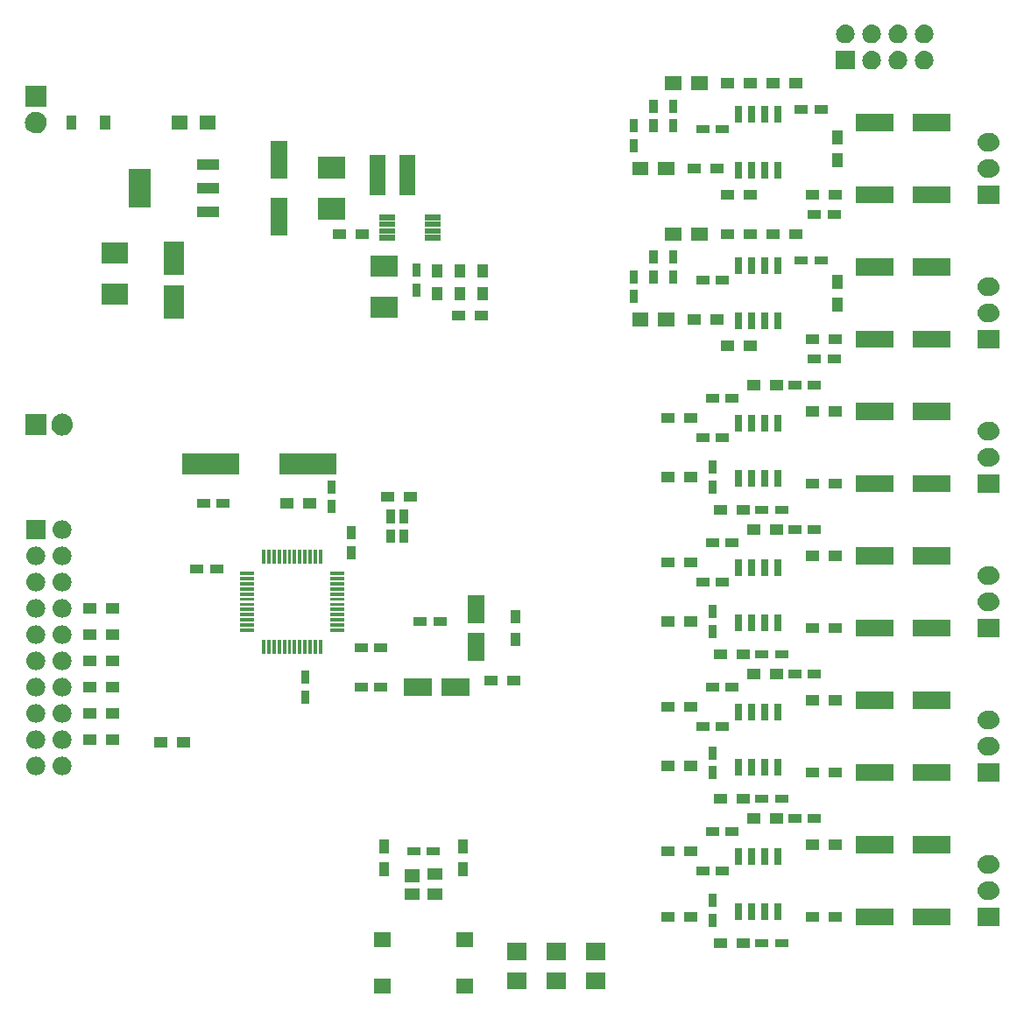
<source format=gts>
G04 #@! TF.FileFunction,Soldermask,Top*
%FSLAX46Y46*%
G04 Gerber Fmt 4.6, Leading zero omitted, Abs format (unit mm)*
G04 Created by KiCad (PCBNEW 4.0.6) date 06/04/17 18:43:05*
%MOMM*%
%LPD*%
G01*
G04 APERTURE LIST*
%ADD10C,0.100000*%
G04 APERTURE END LIST*
D10*
G36*
X158963100Y-135968100D02*
X157336900Y-135968100D01*
X157336900Y-134591900D01*
X158963100Y-134591900D01*
X158963100Y-135968100D01*
X158963100Y-135968100D01*
G37*
G36*
X151013100Y-135968100D02*
X149386900Y-135968100D01*
X149386900Y-134591900D01*
X151013100Y-134591900D01*
X151013100Y-135968100D01*
X151013100Y-135968100D01*
G37*
G36*
X164133530Y-135606790D02*
X162256470Y-135606790D01*
X162256470Y-133932930D01*
X164133530Y-133932930D01*
X164133530Y-135606790D01*
X164133530Y-135606790D01*
G37*
G36*
X171753530Y-135606790D02*
X169876470Y-135606790D01*
X169876470Y-133932930D01*
X171753530Y-133932930D01*
X171753530Y-135606790D01*
X171753530Y-135606790D01*
G37*
G36*
X167943530Y-135606790D02*
X166066470Y-135606790D01*
X166066470Y-133932930D01*
X167943530Y-133932930D01*
X167943530Y-135606790D01*
X167943530Y-135606790D01*
G37*
G36*
X164133530Y-132767070D02*
X162256470Y-132767070D01*
X162256470Y-131093210D01*
X164133530Y-131093210D01*
X164133530Y-132767070D01*
X164133530Y-132767070D01*
G37*
G36*
X171753530Y-132767070D02*
X169876470Y-132767070D01*
X169876470Y-131093210D01*
X171753530Y-131093210D01*
X171753530Y-132767070D01*
X171753530Y-132767070D01*
G37*
G36*
X167943530Y-132767070D02*
X166066470Y-132767070D01*
X166066470Y-131093210D01*
X167943530Y-131093210D01*
X167943530Y-132767070D01*
X167943530Y-132767070D01*
G37*
G36*
X185758100Y-131613100D02*
X184481900Y-131613100D01*
X184481900Y-130636900D01*
X185758100Y-130636900D01*
X185758100Y-131613100D01*
X185758100Y-131613100D01*
G37*
G36*
X183558100Y-131613100D02*
X182281900Y-131613100D01*
X182281900Y-130636900D01*
X183558100Y-130636900D01*
X183558100Y-131613100D01*
X183558100Y-131613100D01*
G37*
G36*
X189418100Y-131538100D02*
X188141900Y-131538100D01*
X188141900Y-130711900D01*
X189418100Y-130711900D01*
X189418100Y-131538100D01*
X189418100Y-131538100D01*
G37*
G36*
X187518100Y-131538100D02*
X186241900Y-131538100D01*
X186241900Y-130711900D01*
X187518100Y-130711900D01*
X187518100Y-131538100D01*
X187518100Y-131538100D01*
G37*
G36*
X151013100Y-131468100D02*
X149386900Y-131468100D01*
X149386900Y-130091900D01*
X151013100Y-130091900D01*
X151013100Y-131468100D01*
X151013100Y-131468100D01*
G37*
G36*
X158963100Y-131468100D02*
X157336900Y-131468100D01*
X157336900Y-130091900D01*
X158963100Y-130091900D01*
X158963100Y-131468100D01*
X158963100Y-131468100D01*
G37*
G36*
X182528100Y-129538100D02*
X181701900Y-129538100D01*
X181701900Y-128261900D01*
X182528100Y-128261900D01*
X182528100Y-129538100D01*
X182528100Y-129538100D01*
G37*
G36*
X209839100Y-129486700D02*
X207730900Y-129486700D01*
X207730900Y-127683300D01*
X209839100Y-127683300D01*
X209839100Y-129486700D01*
X209839100Y-129486700D01*
G37*
G36*
X205118510Y-129423200D02*
X201443130Y-129423200D01*
X201443130Y-127746800D01*
X205118510Y-127746800D01*
X205118510Y-129423200D01*
X205118510Y-129423200D01*
G37*
G36*
X199616870Y-129423200D02*
X195941490Y-129423200D01*
X195941490Y-127746800D01*
X199616870Y-127746800D01*
X199616870Y-129423200D01*
X199616870Y-129423200D01*
G37*
G36*
X192448100Y-129073100D02*
X191171900Y-129073100D01*
X191171900Y-128096900D01*
X192448100Y-128096900D01*
X192448100Y-129073100D01*
X192448100Y-129073100D01*
G37*
G36*
X194648100Y-129073100D02*
X193371900Y-129073100D01*
X193371900Y-128096900D01*
X194648100Y-128096900D01*
X194648100Y-129073100D01*
X194648100Y-129073100D01*
G37*
G36*
X178478100Y-129073100D02*
X177201900Y-129073100D01*
X177201900Y-128096900D01*
X178478100Y-128096900D01*
X178478100Y-129073100D01*
X178478100Y-129073100D01*
G37*
G36*
X180678100Y-129073100D02*
X179401900Y-129073100D01*
X179401900Y-128096900D01*
X180678100Y-128096900D01*
X180678100Y-129073100D01*
X180678100Y-129073100D01*
G37*
G36*
X184993100Y-128923100D02*
X184316900Y-128923100D01*
X184316900Y-127296900D01*
X184993100Y-127296900D01*
X184993100Y-128923100D01*
X184993100Y-128923100D01*
G37*
G36*
X186263100Y-128923100D02*
X185586900Y-128923100D01*
X185586900Y-127296900D01*
X186263100Y-127296900D01*
X186263100Y-128923100D01*
X186263100Y-128923100D01*
G37*
G36*
X187533100Y-128923100D02*
X186856900Y-128923100D01*
X186856900Y-127296900D01*
X187533100Y-127296900D01*
X187533100Y-128923100D01*
X187533100Y-128923100D01*
G37*
G36*
X188803100Y-128923100D02*
X188126900Y-128923100D01*
X188126900Y-127296900D01*
X188803100Y-127296900D01*
X188803100Y-128923100D01*
X188803100Y-128923100D01*
G37*
G36*
X182528100Y-127638100D02*
X181701900Y-127638100D01*
X181701900Y-126361900D01*
X182528100Y-126361900D01*
X182528100Y-127638100D01*
X182528100Y-127638100D01*
G37*
G36*
X208953035Y-125143373D02*
X208953041Y-125143374D01*
X208955090Y-125143388D01*
X209129974Y-125163004D01*
X209297717Y-125216216D01*
X209451931Y-125300995D01*
X209586740Y-125414114D01*
X209697010Y-125551262D01*
X209778542Y-125707217D01*
X209828228Y-125876038D01*
X209828231Y-125876069D01*
X209828235Y-125876083D01*
X209844180Y-126051292D01*
X209825789Y-126226265D01*
X209825787Y-126226270D01*
X209825783Y-126226312D01*
X209773744Y-126394423D01*
X209690043Y-126549224D01*
X209577869Y-126684820D01*
X209441493Y-126796045D01*
X209286111Y-126878663D01*
X209117641Y-126929527D01*
X208942500Y-126946700D01*
X208627466Y-126946700D01*
X208616965Y-126946627D01*
X208616959Y-126946626D01*
X208614910Y-126946612D01*
X208440026Y-126926996D01*
X208272283Y-126873784D01*
X208118069Y-126789005D01*
X207983260Y-126675886D01*
X207872990Y-126538738D01*
X207791458Y-126382783D01*
X207741772Y-126213962D01*
X207741769Y-126213931D01*
X207741765Y-126213917D01*
X207725820Y-126038708D01*
X207744211Y-125863735D01*
X207744213Y-125863730D01*
X207744217Y-125863688D01*
X207796256Y-125695577D01*
X207879957Y-125540776D01*
X207992131Y-125405180D01*
X208128507Y-125293955D01*
X208283889Y-125211337D01*
X208452359Y-125160473D01*
X208627500Y-125143300D01*
X208942534Y-125143300D01*
X208953035Y-125143373D01*
X208953035Y-125143373D01*
G37*
G36*
X156012690Y-126898440D02*
X154536950Y-126898440D01*
X154536950Y-125821480D01*
X156012690Y-125821480D01*
X156012690Y-126898440D01*
X156012690Y-126898440D01*
G37*
G36*
X153813050Y-126898440D02*
X152337310Y-126898440D01*
X152337310Y-125821480D01*
X153813050Y-125821480D01*
X153813050Y-126898440D01*
X153813050Y-126898440D01*
G37*
G36*
X153813050Y-125277920D02*
X152337310Y-125277920D01*
X152337310Y-124002840D01*
X153813050Y-124002840D01*
X153813050Y-125277920D01*
X153813050Y-125277920D01*
G37*
G36*
X156012690Y-124998520D02*
X154536950Y-124998520D01*
X154536950Y-123921560D01*
X156012690Y-123921560D01*
X156012690Y-124998520D01*
X156012690Y-124998520D01*
G37*
G36*
X158473100Y-124608100D02*
X157496900Y-124608100D01*
X157496900Y-123331900D01*
X158473100Y-123331900D01*
X158473100Y-124608100D01*
X158473100Y-124608100D01*
G37*
G36*
X150853100Y-124608100D02*
X149876900Y-124608100D01*
X149876900Y-123331900D01*
X150853100Y-123331900D01*
X150853100Y-124608100D01*
X150853100Y-124608100D01*
G37*
G36*
X181803100Y-124553100D02*
X180526900Y-124553100D01*
X180526900Y-123726900D01*
X181803100Y-123726900D01*
X181803100Y-124553100D01*
X181803100Y-124553100D01*
G37*
G36*
X183703100Y-124553100D02*
X182426900Y-124553100D01*
X182426900Y-123726900D01*
X183703100Y-123726900D01*
X183703100Y-124553100D01*
X183703100Y-124553100D01*
G37*
G36*
X208953035Y-122603373D02*
X208953041Y-122603374D01*
X208955090Y-122603388D01*
X209129974Y-122623004D01*
X209297717Y-122676216D01*
X209451931Y-122760995D01*
X209586740Y-122874114D01*
X209697010Y-123011262D01*
X209778542Y-123167217D01*
X209828228Y-123336038D01*
X209828231Y-123336069D01*
X209828235Y-123336083D01*
X209844180Y-123511292D01*
X209825789Y-123686265D01*
X209825787Y-123686270D01*
X209825783Y-123686312D01*
X209773744Y-123854423D01*
X209690043Y-124009224D01*
X209577869Y-124144820D01*
X209441493Y-124256045D01*
X209286111Y-124338663D01*
X209117641Y-124389527D01*
X208942500Y-124406700D01*
X208627466Y-124406700D01*
X208616965Y-124406627D01*
X208616959Y-124406626D01*
X208614910Y-124406612D01*
X208440026Y-124386996D01*
X208272283Y-124333784D01*
X208118069Y-124249005D01*
X207983260Y-124135886D01*
X207872990Y-123998738D01*
X207791458Y-123842783D01*
X207741772Y-123673962D01*
X207741769Y-123673931D01*
X207741765Y-123673917D01*
X207725820Y-123498708D01*
X207744211Y-123323735D01*
X207744213Y-123323730D01*
X207744217Y-123323688D01*
X207796256Y-123155577D01*
X207879957Y-123000776D01*
X207992131Y-122865180D01*
X208128507Y-122753955D01*
X208283889Y-122671337D01*
X208452359Y-122620473D01*
X208627500Y-122603300D01*
X208942534Y-122603300D01*
X208953035Y-122603373D01*
X208953035Y-122603373D01*
G37*
G36*
X188803100Y-123523100D02*
X188126900Y-123523100D01*
X188126900Y-121896900D01*
X188803100Y-121896900D01*
X188803100Y-123523100D01*
X188803100Y-123523100D01*
G37*
G36*
X187533100Y-123523100D02*
X186856900Y-123523100D01*
X186856900Y-121896900D01*
X187533100Y-121896900D01*
X187533100Y-123523100D01*
X187533100Y-123523100D01*
G37*
G36*
X186263100Y-123523100D02*
X185586900Y-123523100D01*
X185586900Y-121896900D01*
X186263100Y-121896900D01*
X186263100Y-123523100D01*
X186263100Y-123523100D01*
G37*
G36*
X184993100Y-123523100D02*
X184316900Y-123523100D01*
X184316900Y-121896900D01*
X184993100Y-121896900D01*
X184993100Y-123523100D01*
X184993100Y-123523100D01*
G37*
G36*
X178478100Y-122723100D02*
X177201900Y-122723100D01*
X177201900Y-121746900D01*
X178478100Y-121746900D01*
X178478100Y-122723100D01*
X178478100Y-122723100D01*
G37*
G36*
X180678100Y-122723100D02*
X179401900Y-122723100D01*
X179401900Y-121746900D01*
X180678100Y-121746900D01*
X180678100Y-122723100D01*
X180678100Y-122723100D01*
G37*
G36*
X155763100Y-122648100D02*
X154486900Y-122648100D01*
X154486900Y-121821900D01*
X155763100Y-121821900D01*
X155763100Y-122648100D01*
X155763100Y-122648100D01*
G37*
G36*
X153863100Y-122648100D02*
X152586900Y-122648100D01*
X152586900Y-121821900D01*
X153863100Y-121821900D01*
X153863100Y-122648100D01*
X153863100Y-122648100D01*
G37*
G36*
X199616870Y-122438200D02*
X195941490Y-122438200D01*
X195941490Y-120761800D01*
X199616870Y-120761800D01*
X199616870Y-122438200D01*
X199616870Y-122438200D01*
G37*
G36*
X205118510Y-122438200D02*
X201443130Y-122438200D01*
X201443130Y-120761800D01*
X205118510Y-120761800D01*
X205118510Y-122438200D01*
X205118510Y-122438200D01*
G37*
G36*
X150853100Y-122408100D02*
X149876900Y-122408100D01*
X149876900Y-121131900D01*
X150853100Y-121131900D01*
X150853100Y-122408100D01*
X150853100Y-122408100D01*
G37*
G36*
X158473100Y-122408100D02*
X157496900Y-122408100D01*
X157496900Y-121131900D01*
X158473100Y-121131900D01*
X158473100Y-122408100D01*
X158473100Y-122408100D01*
G37*
G36*
X192448100Y-122088100D02*
X191171900Y-122088100D01*
X191171900Y-121111900D01*
X192448100Y-121111900D01*
X192448100Y-122088100D01*
X192448100Y-122088100D01*
G37*
G36*
X194648100Y-122088100D02*
X193371900Y-122088100D01*
X193371900Y-121111900D01*
X194648100Y-121111900D01*
X194648100Y-122088100D01*
X194648100Y-122088100D01*
G37*
G36*
X182758100Y-120743100D02*
X181481900Y-120743100D01*
X181481900Y-119916900D01*
X182758100Y-119916900D01*
X182758100Y-120743100D01*
X182758100Y-120743100D01*
G37*
G36*
X184658100Y-120743100D02*
X183381900Y-120743100D01*
X183381900Y-119916900D01*
X184658100Y-119916900D01*
X184658100Y-120743100D01*
X184658100Y-120743100D01*
G37*
G36*
X188933100Y-119548100D02*
X187656900Y-119548100D01*
X187656900Y-118571900D01*
X188933100Y-118571900D01*
X188933100Y-119548100D01*
X188933100Y-119548100D01*
G37*
G36*
X186733100Y-119548100D02*
X185456900Y-119548100D01*
X185456900Y-118571900D01*
X186733100Y-118571900D01*
X186733100Y-119548100D01*
X186733100Y-119548100D01*
G37*
G36*
X192593100Y-119473100D02*
X191316900Y-119473100D01*
X191316900Y-118646900D01*
X192593100Y-118646900D01*
X192593100Y-119473100D01*
X192593100Y-119473100D01*
G37*
G36*
X190693100Y-119473100D02*
X189416900Y-119473100D01*
X189416900Y-118646900D01*
X190693100Y-118646900D01*
X190693100Y-119473100D01*
X190693100Y-119473100D01*
G37*
G36*
X185758100Y-117643100D02*
X184481900Y-117643100D01*
X184481900Y-116666900D01*
X185758100Y-116666900D01*
X185758100Y-117643100D01*
X185758100Y-117643100D01*
G37*
G36*
X183558100Y-117643100D02*
X182281900Y-117643100D01*
X182281900Y-116666900D01*
X183558100Y-116666900D01*
X183558100Y-117643100D01*
X183558100Y-117643100D01*
G37*
G36*
X187518100Y-117568100D02*
X186241900Y-117568100D01*
X186241900Y-116741900D01*
X187518100Y-116741900D01*
X187518100Y-117568100D01*
X187518100Y-117568100D01*
G37*
G36*
X189418100Y-117568100D02*
X188141900Y-117568100D01*
X188141900Y-116741900D01*
X189418100Y-116741900D01*
X189418100Y-117568100D01*
X189418100Y-117568100D01*
G37*
G36*
X209839100Y-115516700D02*
X207730900Y-115516700D01*
X207730900Y-113713300D01*
X209839100Y-113713300D01*
X209839100Y-115516700D01*
X209839100Y-115516700D01*
G37*
G36*
X199616870Y-115453200D02*
X195941490Y-115453200D01*
X195941490Y-113776800D01*
X199616870Y-113776800D01*
X199616870Y-115453200D01*
X199616870Y-115453200D01*
G37*
G36*
X205118510Y-115453200D02*
X201443130Y-115453200D01*
X201443130Y-113776800D01*
X205118510Y-113776800D01*
X205118510Y-115453200D01*
X205118510Y-115453200D01*
G37*
G36*
X182528100Y-115253100D02*
X181701900Y-115253100D01*
X181701900Y-113976900D01*
X182528100Y-113976900D01*
X182528100Y-115253100D01*
X182528100Y-115253100D01*
G37*
G36*
X192448100Y-115103100D02*
X191171900Y-115103100D01*
X191171900Y-114126900D01*
X192448100Y-114126900D01*
X192448100Y-115103100D01*
X192448100Y-115103100D01*
G37*
G36*
X194648100Y-115103100D02*
X193371900Y-115103100D01*
X193371900Y-114126900D01*
X194648100Y-114126900D01*
X194648100Y-115103100D01*
X194648100Y-115103100D01*
G37*
G36*
X187533100Y-114953100D02*
X186856900Y-114953100D01*
X186856900Y-113326900D01*
X187533100Y-113326900D01*
X187533100Y-114953100D01*
X187533100Y-114953100D01*
G37*
G36*
X188803100Y-114953100D02*
X188126900Y-114953100D01*
X188126900Y-113326900D01*
X188803100Y-113326900D01*
X188803100Y-114953100D01*
X188803100Y-114953100D01*
G37*
G36*
X186263100Y-114953100D02*
X185586900Y-114953100D01*
X185586900Y-113326900D01*
X186263100Y-113326900D01*
X186263100Y-114953100D01*
X186263100Y-114953100D01*
G37*
G36*
X184993100Y-114953100D02*
X184316900Y-114953100D01*
X184316900Y-113326900D01*
X184993100Y-113326900D01*
X184993100Y-114953100D01*
X184993100Y-114953100D01*
G37*
G36*
X119264898Y-113078373D02*
X119264904Y-113078374D01*
X119266953Y-113078388D01*
X119441837Y-113098004D01*
X119609580Y-113151216D01*
X119763794Y-113235995D01*
X119898603Y-113349114D01*
X120008873Y-113486262D01*
X120090405Y-113642217D01*
X120140091Y-113811038D01*
X120140094Y-113811069D01*
X120140098Y-113811083D01*
X120156043Y-113986292D01*
X120137652Y-114161265D01*
X120137650Y-114161270D01*
X120137646Y-114161312D01*
X120085607Y-114329423D01*
X120001906Y-114484224D01*
X119889732Y-114619820D01*
X119753356Y-114731045D01*
X119597974Y-114813663D01*
X119429504Y-114864527D01*
X119254363Y-114881700D01*
X119245603Y-114881700D01*
X119235102Y-114881627D01*
X119235096Y-114881626D01*
X119233047Y-114881612D01*
X119058163Y-114861996D01*
X118890420Y-114808784D01*
X118736206Y-114724005D01*
X118601397Y-114610886D01*
X118491127Y-114473738D01*
X118409595Y-114317783D01*
X118359909Y-114148962D01*
X118359906Y-114148931D01*
X118359902Y-114148917D01*
X118343957Y-113973708D01*
X118362348Y-113798735D01*
X118362350Y-113798730D01*
X118362354Y-113798688D01*
X118414393Y-113630577D01*
X118498094Y-113475776D01*
X118610268Y-113340180D01*
X118746644Y-113228955D01*
X118902026Y-113146337D01*
X119070496Y-113095473D01*
X119245637Y-113078300D01*
X119254397Y-113078300D01*
X119264898Y-113078373D01*
X119264898Y-113078373D01*
G37*
G36*
X116724898Y-113078373D02*
X116724904Y-113078374D01*
X116726953Y-113078388D01*
X116901837Y-113098004D01*
X117069580Y-113151216D01*
X117223794Y-113235995D01*
X117358603Y-113349114D01*
X117468873Y-113486262D01*
X117550405Y-113642217D01*
X117600091Y-113811038D01*
X117600094Y-113811069D01*
X117600098Y-113811083D01*
X117616043Y-113986292D01*
X117597652Y-114161265D01*
X117597650Y-114161270D01*
X117597646Y-114161312D01*
X117545607Y-114329423D01*
X117461906Y-114484224D01*
X117349732Y-114619820D01*
X117213356Y-114731045D01*
X117057974Y-114813663D01*
X116889504Y-114864527D01*
X116714363Y-114881700D01*
X116705603Y-114881700D01*
X116695102Y-114881627D01*
X116695096Y-114881626D01*
X116693047Y-114881612D01*
X116518163Y-114861996D01*
X116350420Y-114808784D01*
X116196206Y-114724005D01*
X116061397Y-114610886D01*
X115951127Y-114473738D01*
X115869595Y-114317783D01*
X115819909Y-114148962D01*
X115819906Y-114148931D01*
X115819902Y-114148917D01*
X115803957Y-113973708D01*
X115822348Y-113798735D01*
X115822350Y-113798730D01*
X115822354Y-113798688D01*
X115874393Y-113630577D01*
X115958094Y-113475776D01*
X116070268Y-113340180D01*
X116206644Y-113228955D01*
X116362026Y-113146337D01*
X116530496Y-113095473D01*
X116705637Y-113078300D01*
X116714397Y-113078300D01*
X116724898Y-113078373D01*
X116724898Y-113078373D01*
G37*
G36*
X178478100Y-114468100D02*
X177201900Y-114468100D01*
X177201900Y-113491900D01*
X178478100Y-113491900D01*
X178478100Y-114468100D01*
X178478100Y-114468100D01*
G37*
G36*
X180678100Y-114468100D02*
X179401900Y-114468100D01*
X179401900Y-113491900D01*
X180678100Y-113491900D01*
X180678100Y-114468100D01*
X180678100Y-114468100D01*
G37*
G36*
X182528100Y-113353100D02*
X181701900Y-113353100D01*
X181701900Y-112076900D01*
X182528100Y-112076900D01*
X182528100Y-113353100D01*
X182528100Y-113353100D01*
G37*
G36*
X208953035Y-111173373D02*
X208953041Y-111173374D01*
X208955090Y-111173388D01*
X209129974Y-111193004D01*
X209297717Y-111246216D01*
X209451931Y-111330995D01*
X209586740Y-111444114D01*
X209697010Y-111581262D01*
X209778542Y-111737217D01*
X209828228Y-111906038D01*
X209828231Y-111906069D01*
X209828235Y-111906083D01*
X209844180Y-112081292D01*
X209825789Y-112256265D01*
X209825787Y-112256270D01*
X209825783Y-112256312D01*
X209773744Y-112424423D01*
X209690043Y-112579224D01*
X209577869Y-112714820D01*
X209441493Y-112826045D01*
X209286111Y-112908663D01*
X209117641Y-112959527D01*
X208942500Y-112976700D01*
X208627466Y-112976700D01*
X208616965Y-112976627D01*
X208616959Y-112976626D01*
X208614910Y-112976612D01*
X208440026Y-112956996D01*
X208272283Y-112903784D01*
X208118069Y-112819005D01*
X207983260Y-112705886D01*
X207872990Y-112568738D01*
X207791458Y-112412783D01*
X207741772Y-112243962D01*
X207741769Y-112243931D01*
X207741765Y-112243917D01*
X207725820Y-112068708D01*
X207744211Y-111893735D01*
X207744213Y-111893730D01*
X207744217Y-111893688D01*
X207796256Y-111725577D01*
X207879957Y-111570776D01*
X207992131Y-111435180D01*
X208128507Y-111323955D01*
X208283889Y-111241337D01*
X208452359Y-111190473D01*
X208627500Y-111173300D01*
X208942534Y-111173300D01*
X208953035Y-111173373D01*
X208953035Y-111173373D01*
G37*
G36*
X116724898Y-110538373D02*
X116724904Y-110538374D01*
X116726953Y-110538388D01*
X116901837Y-110558004D01*
X117069580Y-110611216D01*
X117223794Y-110695995D01*
X117358603Y-110809114D01*
X117468873Y-110946262D01*
X117550405Y-111102217D01*
X117600091Y-111271038D01*
X117600094Y-111271069D01*
X117600098Y-111271083D01*
X117616043Y-111446292D01*
X117597652Y-111621265D01*
X117597650Y-111621270D01*
X117597646Y-111621312D01*
X117545607Y-111789423D01*
X117461906Y-111944224D01*
X117349732Y-112079820D01*
X117213356Y-112191045D01*
X117057974Y-112273663D01*
X116889504Y-112324527D01*
X116714363Y-112341700D01*
X116705603Y-112341700D01*
X116695102Y-112341627D01*
X116695096Y-112341626D01*
X116693047Y-112341612D01*
X116518163Y-112321996D01*
X116350420Y-112268784D01*
X116196206Y-112184005D01*
X116061397Y-112070886D01*
X115951127Y-111933738D01*
X115869595Y-111777783D01*
X115819909Y-111608962D01*
X115819906Y-111608931D01*
X115819902Y-111608917D01*
X115803957Y-111433708D01*
X115822348Y-111258735D01*
X115822350Y-111258730D01*
X115822354Y-111258688D01*
X115874393Y-111090577D01*
X115958094Y-110935776D01*
X116070268Y-110800180D01*
X116206644Y-110688955D01*
X116362026Y-110606337D01*
X116530496Y-110555473D01*
X116705637Y-110538300D01*
X116714397Y-110538300D01*
X116724898Y-110538373D01*
X116724898Y-110538373D01*
G37*
G36*
X119264898Y-110538373D02*
X119264904Y-110538374D01*
X119266953Y-110538388D01*
X119441837Y-110558004D01*
X119609580Y-110611216D01*
X119763794Y-110695995D01*
X119898603Y-110809114D01*
X120008873Y-110946262D01*
X120090405Y-111102217D01*
X120140091Y-111271038D01*
X120140094Y-111271069D01*
X120140098Y-111271083D01*
X120156043Y-111446292D01*
X120137652Y-111621265D01*
X120137650Y-111621270D01*
X120137646Y-111621312D01*
X120085607Y-111789423D01*
X120001906Y-111944224D01*
X119889732Y-112079820D01*
X119753356Y-112191045D01*
X119597974Y-112273663D01*
X119429504Y-112324527D01*
X119254363Y-112341700D01*
X119245603Y-112341700D01*
X119235102Y-112341627D01*
X119235096Y-112341626D01*
X119233047Y-112341612D01*
X119058163Y-112321996D01*
X118890420Y-112268784D01*
X118736206Y-112184005D01*
X118601397Y-112070886D01*
X118491127Y-111933738D01*
X118409595Y-111777783D01*
X118359909Y-111608962D01*
X118359906Y-111608931D01*
X118359902Y-111608917D01*
X118343957Y-111433708D01*
X118362348Y-111258735D01*
X118362350Y-111258730D01*
X118362354Y-111258688D01*
X118414393Y-111090577D01*
X118498094Y-110935776D01*
X118610268Y-110800180D01*
X118746644Y-110688955D01*
X118902026Y-110606337D01*
X119070496Y-110555473D01*
X119245637Y-110538300D01*
X119254397Y-110538300D01*
X119264898Y-110538373D01*
X119264898Y-110538373D01*
G37*
G36*
X129456100Y-112182100D02*
X128179900Y-112182100D01*
X128179900Y-111205900D01*
X129456100Y-111205900D01*
X129456100Y-112182100D01*
X129456100Y-112182100D01*
G37*
G36*
X131656100Y-112182100D02*
X130379900Y-112182100D01*
X130379900Y-111205900D01*
X131656100Y-111205900D01*
X131656100Y-112182100D01*
X131656100Y-112182100D01*
G37*
G36*
X124798100Y-111928100D02*
X123521900Y-111928100D01*
X123521900Y-110951900D01*
X124798100Y-110951900D01*
X124798100Y-111928100D01*
X124798100Y-111928100D01*
G37*
G36*
X122598100Y-111928100D02*
X121321900Y-111928100D01*
X121321900Y-110951900D01*
X122598100Y-110951900D01*
X122598100Y-111928100D01*
X122598100Y-111928100D01*
G37*
G36*
X181803100Y-110583100D02*
X180526900Y-110583100D01*
X180526900Y-109756900D01*
X181803100Y-109756900D01*
X181803100Y-110583100D01*
X181803100Y-110583100D01*
G37*
G36*
X183703100Y-110583100D02*
X182426900Y-110583100D01*
X182426900Y-109756900D01*
X183703100Y-109756900D01*
X183703100Y-110583100D01*
X183703100Y-110583100D01*
G37*
G36*
X208953035Y-108633373D02*
X208953041Y-108633374D01*
X208955090Y-108633388D01*
X209129974Y-108653004D01*
X209297717Y-108706216D01*
X209451931Y-108790995D01*
X209586740Y-108904114D01*
X209697010Y-109041262D01*
X209778542Y-109197217D01*
X209828228Y-109366038D01*
X209828231Y-109366069D01*
X209828235Y-109366083D01*
X209844180Y-109541292D01*
X209825789Y-109716265D01*
X209825787Y-109716270D01*
X209825783Y-109716312D01*
X209773744Y-109884423D01*
X209690043Y-110039224D01*
X209577869Y-110174820D01*
X209441493Y-110286045D01*
X209286111Y-110368663D01*
X209117641Y-110419527D01*
X208942500Y-110436700D01*
X208627466Y-110436700D01*
X208616965Y-110436627D01*
X208616959Y-110436626D01*
X208614910Y-110436612D01*
X208440026Y-110416996D01*
X208272283Y-110363784D01*
X208118069Y-110279005D01*
X207983260Y-110165886D01*
X207872990Y-110028738D01*
X207791458Y-109872783D01*
X207741772Y-109703962D01*
X207741769Y-109703931D01*
X207741765Y-109703917D01*
X207725820Y-109528708D01*
X207744211Y-109353735D01*
X207744213Y-109353730D01*
X207744217Y-109353688D01*
X207796256Y-109185577D01*
X207879957Y-109030776D01*
X207992131Y-108895180D01*
X208128507Y-108783955D01*
X208283889Y-108701337D01*
X208452359Y-108650473D01*
X208627500Y-108633300D01*
X208942534Y-108633300D01*
X208953035Y-108633373D01*
X208953035Y-108633373D01*
G37*
G36*
X116724898Y-107998373D02*
X116724904Y-107998374D01*
X116726953Y-107998388D01*
X116901837Y-108018004D01*
X117069580Y-108071216D01*
X117223794Y-108155995D01*
X117358603Y-108269114D01*
X117468873Y-108406262D01*
X117550405Y-108562217D01*
X117600091Y-108731038D01*
X117600094Y-108731069D01*
X117600098Y-108731083D01*
X117616043Y-108906292D01*
X117597652Y-109081265D01*
X117597650Y-109081270D01*
X117597646Y-109081312D01*
X117545607Y-109249423D01*
X117461906Y-109404224D01*
X117349732Y-109539820D01*
X117213356Y-109651045D01*
X117057974Y-109733663D01*
X116889504Y-109784527D01*
X116714363Y-109801700D01*
X116705603Y-109801700D01*
X116695102Y-109801627D01*
X116695096Y-109801626D01*
X116693047Y-109801612D01*
X116518163Y-109781996D01*
X116350420Y-109728784D01*
X116196206Y-109644005D01*
X116061397Y-109530886D01*
X115951127Y-109393738D01*
X115869595Y-109237783D01*
X115819909Y-109068962D01*
X115819906Y-109068931D01*
X115819902Y-109068917D01*
X115803957Y-108893708D01*
X115822348Y-108718735D01*
X115822350Y-108718730D01*
X115822354Y-108718688D01*
X115874393Y-108550577D01*
X115958094Y-108395776D01*
X116070268Y-108260180D01*
X116206644Y-108148955D01*
X116362026Y-108066337D01*
X116530496Y-108015473D01*
X116705637Y-107998300D01*
X116714397Y-107998300D01*
X116724898Y-107998373D01*
X116724898Y-107998373D01*
G37*
G36*
X119264898Y-107998373D02*
X119264904Y-107998374D01*
X119266953Y-107998388D01*
X119441837Y-108018004D01*
X119609580Y-108071216D01*
X119763794Y-108155995D01*
X119898603Y-108269114D01*
X120008873Y-108406262D01*
X120090405Y-108562217D01*
X120140091Y-108731038D01*
X120140094Y-108731069D01*
X120140098Y-108731083D01*
X120156043Y-108906292D01*
X120137652Y-109081265D01*
X120137650Y-109081270D01*
X120137646Y-109081312D01*
X120085607Y-109249423D01*
X120001906Y-109404224D01*
X119889732Y-109539820D01*
X119753356Y-109651045D01*
X119597974Y-109733663D01*
X119429504Y-109784527D01*
X119254363Y-109801700D01*
X119245603Y-109801700D01*
X119235102Y-109801627D01*
X119235096Y-109801626D01*
X119233047Y-109801612D01*
X119058163Y-109781996D01*
X118890420Y-109728784D01*
X118736206Y-109644005D01*
X118601397Y-109530886D01*
X118491127Y-109393738D01*
X118409595Y-109237783D01*
X118359909Y-109068962D01*
X118359906Y-109068931D01*
X118359902Y-109068917D01*
X118343957Y-108893708D01*
X118362348Y-108718735D01*
X118362350Y-108718730D01*
X118362354Y-108718688D01*
X118414393Y-108550577D01*
X118498094Y-108395776D01*
X118610268Y-108260180D01*
X118746644Y-108148955D01*
X118902026Y-108066337D01*
X119070496Y-108015473D01*
X119245637Y-107998300D01*
X119254397Y-107998300D01*
X119264898Y-107998373D01*
X119264898Y-107998373D01*
G37*
G36*
X188803100Y-109553100D02*
X188126900Y-109553100D01*
X188126900Y-107926900D01*
X188803100Y-107926900D01*
X188803100Y-109553100D01*
X188803100Y-109553100D01*
G37*
G36*
X184993100Y-109553100D02*
X184316900Y-109553100D01*
X184316900Y-107926900D01*
X184993100Y-107926900D01*
X184993100Y-109553100D01*
X184993100Y-109553100D01*
G37*
G36*
X186263100Y-109553100D02*
X185586900Y-109553100D01*
X185586900Y-107926900D01*
X186263100Y-107926900D01*
X186263100Y-109553100D01*
X186263100Y-109553100D01*
G37*
G36*
X187533100Y-109553100D02*
X186856900Y-109553100D01*
X186856900Y-107926900D01*
X187533100Y-107926900D01*
X187533100Y-109553100D01*
X187533100Y-109553100D01*
G37*
G36*
X122598100Y-109388100D02*
X121321900Y-109388100D01*
X121321900Y-108411900D01*
X122598100Y-108411900D01*
X122598100Y-109388100D01*
X122598100Y-109388100D01*
G37*
G36*
X124798100Y-109388100D02*
X123521900Y-109388100D01*
X123521900Y-108411900D01*
X124798100Y-108411900D01*
X124798100Y-109388100D01*
X124798100Y-109388100D01*
G37*
G36*
X178478100Y-108753100D02*
X177201900Y-108753100D01*
X177201900Y-107776900D01*
X178478100Y-107776900D01*
X178478100Y-108753100D01*
X178478100Y-108753100D01*
G37*
G36*
X180678100Y-108753100D02*
X179401900Y-108753100D01*
X179401900Y-107776900D01*
X180678100Y-107776900D01*
X180678100Y-108753100D01*
X180678100Y-108753100D01*
G37*
G36*
X205118510Y-108468200D02*
X201443130Y-108468200D01*
X201443130Y-106791800D01*
X205118510Y-106791800D01*
X205118510Y-108468200D01*
X205118510Y-108468200D01*
G37*
G36*
X199616870Y-108468200D02*
X195941490Y-108468200D01*
X195941490Y-106791800D01*
X199616870Y-106791800D01*
X199616870Y-108468200D01*
X199616870Y-108468200D01*
G37*
G36*
X194648100Y-108118100D02*
X193371900Y-108118100D01*
X193371900Y-107141900D01*
X194648100Y-107141900D01*
X194648100Y-108118100D01*
X194648100Y-108118100D01*
G37*
G36*
X192448100Y-108118100D02*
X191171900Y-108118100D01*
X191171900Y-107141900D01*
X192448100Y-107141900D01*
X192448100Y-108118100D01*
X192448100Y-108118100D01*
G37*
G36*
X143158100Y-107948100D02*
X142331900Y-107948100D01*
X142331900Y-106671900D01*
X143158100Y-106671900D01*
X143158100Y-107948100D01*
X143158100Y-107948100D01*
G37*
G36*
X119264898Y-105458373D02*
X119264904Y-105458374D01*
X119266953Y-105458388D01*
X119441837Y-105478004D01*
X119609580Y-105531216D01*
X119763794Y-105615995D01*
X119898603Y-105729114D01*
X120008873Y-105866262D01*
X120090405Y-106022217D01*
X120140091Y-106191038D01*
X120140094Y-106191069D01*
X120140098Y-106191083D01*
X120156043Y-106366292D01*
X120137652Y-106541265D01*
X120137650Y-106541270D01*
X120137646Y-106541312D01*
X120085607Y-106709423D01*
X120001906Y-106864224D01*
X119889732Y-106999820D01*
X119753356Y-107111045D01*
X119597974Y-107193663D01*
X119429504Y-107244527D01*
X119254363Y-107261700D01*
X119245603Y-107261700D01*
X119235102Y-107261627D01*
X119235096Y-107261626D01*
X119233047Y-107261612D01*
X119058163Y-107241996D01*
X118890420Y-107188784D01*
X118736206Y-107104005D01*
X118601397Y-106990886D01*
X118491127Y-106853738D01*
X118409595Y-106697783D01*
X118359909Y-106528962D01*
X118359906Y-106528931D01*
X118359902Y-106528917D01*
X118343957Y-106353708D01*
X118362348Y-106178735D01*
X118362350Y-106178730D01*
X118362354Y-106178688D01*
X118414393Y-106010577D01*
X118498094Y-105855776D01*
X118610268Y-105720180D01*
X118746644Y-105608955D01*
X118902026Y-105526337D01*
X119070496Y-105475473D01*
X119245637Y-105458300D01*
X119254397Y-105458300D01*
X119264898Y-105458373D01*
X119264898Y-105458373D01*
G37*
G36*
X116724898Y-105458373D02*
X116724904Y-105458374D01*
X116726953Y-105458388D01*
X116901837Y-105478004D01*
X117069580Y-105531216D01*
X117223794Y-105615995D01*
X117358603Y-105729114D01*
X117468873Y-105866262D01*
X117550405Y-106022217D01*
X117600091Y-106191038D01*
X117600094Y-106191069D01*
X117600098Y-106191083D01*
X117616043Y-106366292D01*
X117597652Y-106541265D01*
X117597650Y-106541270D01*
X117597646Y-106541312D01*
X117545607Y-106709423D01*
X117461906Y-106864224D01*
X117349732Y-106999820D01*
X117213356Y-107111045D01*
X117057974Y-107193663D01*
X116889504Y-107244527D01*
X116714363Y-107261700D01*
X116705603Y-107261700D01*
X116695102Y-107261627D01*
X116695096Y-107261626D01*
X116693047Y-107261612D01*
X116518163Y-107241996D01*
X116350420Y-107188784D01*
X116196206Y-107104005D01*
X116061397Y-106990886D01*
X115951127Y-106853738D01*
X115869595Y-106697783D01*
X115819909Y-106528962D01*
X115819906Y-106528931D01*
X115819902Y-106528917D01*
X115803957Y-106353708D01*
X115822348Y-106178735D01*
X115822350Y-106178730D01*
X115822354Y-106178688D01*
X115874393Y-106010577D01*
X115958094Y-105855776D01*
X116070268Y-105720180D01*
X116206644Y-105608955D01*
X116362026Y-105526337D01*
X116530496Y-105475473D01*
X116705637Y-105458300D01*
X116714397Y-105458300D01*
X116724898Y-105458373D01*
X116724898Y-105458373D01*
G37*
G36*
X154982720Y-107198200D02*
X152305560Y-107198200D01*
X152305560Y-105521800D01*
X154982720Y-105521800D01*
X154982720Y-107198200D01*
X154982720Y-107198200D01*
G37*
G36*
X158584440Y-107198200D02*
X155907280Y-107198200D01*
X155907280Y-105521800D01*
X158584440Y-105521800D01*
X158584440Y-107198200D01*
X158584440Y-107198200D01*
G37*
G36*
X124798100Y-106848100D02*
X123521900Y-106848100D01*
X123521900Y-105871900D01*
X124798100Y-105871900D01*
X124798100Y-106848100D01*
X124798100Y-106848100D01*
G37*
G36*
X122598100Y-106848100D02*
X121321900Y-106848100D01*
X121321900Y-105871900D01*
X122598100Y-105871900D01*
X122598100Y-106848100D01*
X122598100Y-106848100D01*
G37*
G36*
X182753100Y-106773100D02*
X181476900Y-106773100D01*
X181476900Y-105946900D01*
X182753100Y-105946900D01*
X182753100Y-106773100D01*
X182753100Y-106773100D01*
G37*
G36*
X150683100Y-106773100D02*
X149406900Y-106773100D01*
X149406900Y-105946900D01*
X150683100Y-105946900D01*
X150683100Y-106773100D01*
X150683100Y-106773100D01*
G37*
G36*
X184653100Y-106773100D02*
X183376900Y-106773100D01*
X183376900Y-105946900D01*
X184653100Y-105946900D01*
X184653100Y-106773100D01*
X184653100Y-106773100D01*
G37*
G36*
X148783100Y-106773100D02*
X147506900Y-106773100D01*
X147506900Y-105946900D01*
X148783100Y-105946900D01*
X148783100Y-106773100D01*
X148783100Y-106773100D01*
G37*
G36*
X163533100Y-106213100D02*
X162256900Y-106213100D01*
X162256900Y-105236900D01*
X163533100Y-105236900D01*
X163533100Y-106213100D01*
X163533100Y-106213100D01*
G37*
G36*
X161333100Y-106213100D02*
X160056900Y-106213100D01*
X160056900Y-105236900D01*
X161333100Y-105236900D01*
X161333100Y-106213100D01*
X161333100Y-106213100D01*
G37*
G36*
X143158100Y-106048100D02*
X142331900Y-106048100D01*
X142331900Y-104771900D01*
X143158100Y-104771900D01*
X143158100Y-106048100D01*
X143158100Y-106048100D01*
G37*
G36*
X186733100Y-105578100D02*
X185456900Y-105578100D01*
X185456900Y-104601900D01*
X186733100Y-104601900D01*
X186733100Y-105578100D01*
X186733100Y-105578100D01*
G37*
G36*
X188933100Y-105578100D02*
X187656900Y-105578100D01*
X187656900Y-104601900D01*
X188933100Y-104601900D01*
X188933100Y-105578100D01*
X188933100Y-105578100D01*
G37*
G36*
X190693100Y-105503100D02*
X189416900Y-105503100D01*
X189416900Y-104676900D01*
X190693100Y-104676900D01*
X190693100Y-105503100D01*
X190693100Y-105503100D01*
G37*
G36*
X192593100Y-105503100D02*
X191316900Y-105503100D01*
X191316900Y-104676900D01*
X192593100Y-104676900D01*
X192593100Y-105503100D01*
X192593100Y-105503100D01*
G37*
G36*
X116724898Y-102918373D02*
X116724904Y-102918374D01*
X116726953Y-102918388D01*
X116901837Y-102938004D01*
X117069580Y-102991216D01*
X117223794Y-103075995D01*
X117358603Y-103189114D01*
X117468873Y-103326262D01*
X117550405Y-103482217D01*
X117600091Y-103651038D01*
X117600094Y-103651069D01*
X117600098Y-103651083D01*
X117616043Y-103826292D01*
X117597652Y-104001265D01*
X117597650Y-104001270D01*
X117597646Y-104001312D01*
X117545607Y-104169423D01*
X117461906Y-104324224D01*
X117349732Y-104459820D01*
X117213356Y-104571045D01*
X117057974Y-104653663D01*
X116889504Y-104704527D01*
X116714363Y-104721700D01*
X116705603Y-104721700D01*
X116695102Y-104721627D01*
X116695096Y-104721626D01*
X116693047Y-104721612D01*
X116518163Y-104701996D01*
X116350420Y-104648784D01*
X116196206Y-104564005D01*
X116061397Y-104450886D01*
X115951127Y-104313738D01*
X115869595Y-104157783D01*
X115819909Y-103988962D01*
X115819906Y-103988931D01*
X115819902Y-103988917D01*
X115803957Y-103813708D01*
X115822348Y-103638735D01*
X115822350Y-103638730D01*
X115822354Y-103638688D01*
X115874393Y-103470577D01*
X115958094Y-103315776D01*
X116070268Y-103180180D01*
X116206644Y-103068955D01*
X116362026Y-102986337D01*
X116530496Y-102935473D01*
X116705637Y-102918300D01*
X116714397Y-102918300D01*
X116724898Y-102918373D01*
X116724898Y-102918373D01*
G37*
G36*
X119264898Y-102918373D02*
X119264904Y-102918374D01*
X119266953Y-102918388D01*
X119441837Y-102938004D01*
X119609580Y-102991216D01*
X119763794Y-103075995D01*
X119898603Y-103189114D01*
X120008873Y-103326262D01*
X120090405Y-103482217D01*
X120140091Y-103651038D01*
X120140094Y-103651069D01*
X120140098Y-103651083D01*
X120156043Y-103826292D01*
X120137652Y-104001265D01*
X120137650Y-104001270D01*
X120137646Y-104001312D01*
X120085607Y-104169423D01*
X120001906Y-104324224D01*
X119889732Y-104459820D01*
X119753356Y-104571045D01*
X119597974Y-104653663D01*
X119429504Y-104704527D01*
X119254363Y-104721700D01*
X119245603Y-104721700D01*
X119235102Y-104721627D01*
X119235096Y-104721626D01*
X119233047Y-104721612D01*
X119058163Y-104701996D01*
X118890420Y-104648784D01*
X118736206Y-104564005D01*
X118601397Y-104450886D01*
X118491127Y-104313738D01*
X118409595Y-104157783D01*
X118359909Y-103988962D01*
X118359906Y-103988931D01*
X118359902Y-103988917D01*
X118343957Y-103813708D01*
X118362348Y-103638735D01*
X118362350Y-103638730D01*
X118362354Y-103638688D01*
X118414393Y-103470577D01*
X118498094Y-103315776D01*
X118610268Y-103180180D01*
X118746644Y-103068955D01*
X118902026Y-102986337D01*
X119070496Y-102935473D01*
X119245637Y-102918300D01*
X119254397Y-102918300D01*
X119264898Y-102918373D01*
X119264898Y-102918373D01*
G37*
G36*
X124798100Y-104308100D02*
X123521900Y-104308100D01*
X123521900Y-103331900D01*
X124798100Y-103331900D01*
X124798100Y-104308100D01*
X124798100Y-104308100D01*
G37*
G36*
X122598100Y-104308100D02*
X121321900Y-104308100D01*
X121321900Y-103331900D01*
X122598100Y-103331900D01*
X122598100Y-104308100D01*
X122598100Y-104308100D01*
G37*
G36*
X160093200Y-103784440D02*
X158416800Y-103784440D01*
X158416800Y-101107280D01*
X160093200Y-101107280D01*
X160093200Y-103784440D01*
X160093200Y-103784440D01*
G37*
G36*
X183558100Y-103673100D02*
X182281900Y-103673100D01*
X182281900Y-102696900D01*
X183558100Y-102696900D01*
X183558100Y-103673100D01*
X183558100Y-103673100D01*
G37*
G36*
X185758100Y-103673100D02*
X184481900Y-103673100D01*
X184481900Y-102696900D01*
X185758100Y-102696900D01*
X185758100Y-103673100D01*
X185758100Y-103673100D01*
G37*
G36*
X187518100Y-103598100D02*
X186241900Y-103598100D01*
X186241900Y-102771900D01*
X187518100Y-102771900D01*
X187518100Y-103598100D01*
X187518100Y-103598100D01*
G37*
G36*
X189418100Y-103598100D02*
X188141900Y-103598100D01*
X188141900Y-102771900D01*
X189418100Y-102771900D01*
X189418100Y-103598100D01*
X189418100Y-103598100D01*
G37*
G36*
X138888100Y-103143100D02*
X138561900Y-103143100D01*
X138561900Y-101766900D01*
X138888100Y-101766900D01*
X138888100Y-103143100D01*
X138888100Y-103143100D01*
G37*
G36*
X139388100Y-103143100D02*
X139061900Y-103143100D01*
X139061900Y-101766900D01*
X139388100Y-101766900D01*
X139388100Y-103143100D01*
X139388100Y-103143100D01*
G37*
G36*
X139888100Y-103143100D02*
X139561900Y-103143100D01*
X139561900Y-101766900D01*
X139888100Y-101766900D01*
X139888100Y-103143100D01*
X139888100Y-103143100D01*
G37*
G36*
X140388100Y-103143100D02*
X140061900Y-103143100D01*
X140061900Y-101766900D01*
X140388100Y-101766900D01*
X140388100Y-103143100D01*
X140388100Y-103143100D01*
G37*
G36*
X140888100Y-103143100D02*
X140561900Y-103143100D01*
X140561900Y-101766900D01*
X140888100Y-101766900D01*
X140888100Y-103143100D01*
X140888100Y-103143100D01*
G37*
G36*
X141388100Y-103143100D02*
X141061900Y-103143100D01*
X141061900Y-101766900D01*
X141388100Y-101766900D01*
X141388100Y-103143100D01*
X141388100Y-103143100D01*
G37*
G36*
X142388100Y-103143100D02*
X142061900Y-103143100D01*
X142061900Y-101766900D01*
X142388100Y-101766900D01*
X142388100Y-103143100D01*
X142388100Y-103143100D01*
G37*
G36*
X143388100Y-103143100D02*
X143061900Y-103143100D01*
X143061900Y-101766900D01*
X143388100Y-101766900D01*
X143388100Y-103143100D01*
X143388100Y-103143100D01*
G37*
G36*
X143888100Y-103143100D02*
X143561900Y-103143100D01*
X143561900Y-101766900D01*
X143888100Y-101766900D01*
X143888100Y-103143100D01*
X143888100Y-103143100D01*
G37*
G36*
X142888100Y-103143100D02*
X142561900Y-103143100D01*
X142561900Y-101766900D01*
X142888100Y-101766900D01*
X142888100Y-103143100D01*
X142888100Y-103143100D01*
G37*
G36*
X144388100Y-103143100D02*
X144061900Y-103143100D01*
X144061900Y-101766900D01*
X144388100Y-101766900D01*
X144388100Y-103143100D01*
X144388100Y-103143100D01*
G37*
G36*
X141888100Y-103143100D02*
X141561900Y-103143100D01*
X141561900Y-101766900D01*
X141888100Y-101766900D01*
X141888100Y-103143100D01*
X141888100Y-103143100D01*
G37*
G36*
X150683100Y-102963100D02*
X149406900Y-102963100D01*
X149406900Y-102136900D01*
X150683100Y-102136900D01*
X150683100Y-102963100D01*
X150683100Y-102963100D01*
G37*
G36*
X148783100Y-102963100D02*
X147506900Y-102963100D01*
X147506900Y-102136900D01*
X148783100Y-102136900D01*
X148783100Y-102963100D01*
X148783100Y-102963100D01*
G37*
G36*
X163553100Y-102383100D02*
X162576900Y-102383100D01*
X162576900Y-101106900D01*
X163553100Y-101106900D01*
X163553100Y-102383100D01*
X163553100Y-102383100D01*
G37*
G36*
X116724898Y-100378373D02*
X116724904Y-100378374D01*
X116726953Y-100378388D01*
X116901837Y-100398004D01*
X117069580Y-100451216D01*
X117223794Y-100535995D01*
X117358603Y-100649114D01*
X117468873Y-100786262D01*
X117550405Y-100942217D01*
X117600091Y-101111038D01*
X117600094Y-101111069D01*
X117600098Y-101111083D01*
X117616043Y-101286292D01*
X117597652Y-101461265D01*
X117597650Y-101461270D01*
X117597646Y-101461312D01*
X117545607Y-101629423D01*
X117461906Y-101784224D01*
X117349732Y-101919820D01*
X117213356Y-102031045D01*
X117057974Y-102113663D01*
X116889504Y-102164527D01*
X116714363Y-102181700D01*
X116705603Y-102181700D01*
X116695102Y-102181627D01*
X116695096Y-102181626D01*
X116693047Y-102181612D01*
X116518163Y-102161996D01*
X116350420Y-102108784D01*
X116196206Y-102024005D01*
X116061397Y-101910886D01*
X115951127Y-101773738D01*
X115869595Y-101617783D01*
X115819909Y-101448962D01*
X115819906Y-101448931D01*
X115819902Y-101448917D01*
X115803957Y-101273708D01*
X115822348Y-101098735D01*
X115822350Y-101098730D01*
X115822354Y-101098688D01*
X115874393Y-100930577D01*
X115958094Y-100775776D01*
X116070268Y-100640180D01*
X116206644Y-100528955D01*
X116362026Y-100446337D01*
X116530496Y-100395473D01*
X116705637Y-100378300D01*
X116714397Y-100378300D01*
X116724898Y-100378373D01*
X116724898Y-100378373D01*
G37*
G36*
X119264898Y-100378373D02*
X119264904Y-100378374D01*
X119266953Y-100378388D01*
X119441837Y-100398004D01*
X119609580Y-100451216D01*
X119763794Y-100535995D01*
X119898603Y-100649114D01*
X120008873Y-100786262D01*
X120090405Y-100942217D01*
X120140091Y-101111038D01*
X120140094Y-101111069D01*
X120140098Y-101111083D01*
X120156043Y-101286292D01*
X120137652Y-101461265D01*
X120137650Y-101461270D01*
X120137646Y-101461312D01*
X120085607Y-101629423D01*
X120001906Y-101784224D01*
X119889732Y-101919820D01*
X119753356Y-102031045D01*
X119597974Y-102113663D01*
X119429504Y-102164527D01*
X119254363Y-102181700D01*
X119245603Y-102181700D01*
X119235102Y-102181627D01*
X119235096Y-102181626D01*
X119233047Y-102181612D01*
X119058163Y-102161996D01*
X118890420Y-102108784D01*
X118736206Y-102024005D01*
X118601397Y-101910886D01*
X118491127Y-101773738D01*
X118409595Y-101617783D01*
X118359909Y-101448962D01*
X118359906Y-101448931D01*
X118359902Y-101448917D01*
X118343957Y-101273708D01*
X118362348Y-101098735D01*
X118362350Y-101098730D01*
X118362354Y-101098688D01*
X118414393Y-100930577D01*
X118498094Y-100775776D01*
X118610268Y-100640180D01*
X118746644Y-100528955D01*
X118902026Y-100446337D01*
X119070496Y-100395473D01*
X119245637Y-100378300D01*
X119254397Y-100378300D01*
X119264898Y-100378373D01*
X119264898Y-100378373D01*
G37*
G36*
X122598100Y-101768100D02*
X121321900Y-101768100D01*
X121321900Y-100791900D01*
X122598100Y-100791900D01*
X122598100Y-101768100D01*
X122598100Y-101768100D01*
G37*
G36*
X124798100Y-101768100D02*
X123521900Y-101768100D01*
X123521900Y-100791900D01*
X124798100Y-100791900D01*
X124798100Y-101768100D01*
X124798100Y-101768100D01*
G37*
G36*
X182528100Y-101598100D02*
X181701900Y-101598100D01*
X181701900Y-100321900D01*
X182528100Y-100321900D01*
X182528100Y-101598100D01*
X182528100Y-101598100D01*
G37*
G36*
X209839100Y-101546700D02*
X207730900Y-101546700D01*
X207730900Y-99743300D01*
X209839100Y-99743300D01*
X209839100Y-101546700D01*
X209839100Y-101546700D01*
G37*
G36*
X199616870Y-101483200D02*
X195941490Y-101483200D01*
X195941490Y-99806800D01*
X199616870Y-99806800D01*
X199616870Y-101483200D01*
X199616870Y-101483200D01*
G37*
G36*
X205118510Y-101483200D02*
X201443130Y-101483200D01*
X201443130Y-99806800D01*
X205118510Y-99806800D01*
X205118510Y-101483200D01*
X205118510Y-101483200D01*
G37*
G36*
X194648100Y-101133100D02*
X193371900Y-101133100D01*
X193371900Y-100156900D01*
X194648100Y-100156900D01*
X194648100Y-101133100D01*
X194648100Y-101133100D01*
G37*
G36*
X192448100Y-101133100D02*
X191171900Y-101133100D01*
X191171900Y-100156900D01*
X192448100Y-100156900D01*
X192448100Y-101133100D01*
X192448100Y-101133100D01*
G37*
G36*
X137813100Y-101018100D02*
X136436900Y-101018100D01*
X136436900Y-100691900D01*
X137813100Y-100691900D01*
X137813100Y-101018100D01*
X137813100Y-101018100D01*
G37*
G36*
X146513100Y-101018100D02*
X145136900Y-101018100D01*
X145136900Y-100691900D01*
X146513100Y-100691900D01*
X146513100Y-101018100D01*
X146513100Y-101018100D01*
G37*
G36*
X184993100Y-100983100D02*
X184316900Y-100983100D01*
X184316900Y-99356900D01*
X184993100Y-99356900D01*
X184993100Y-100983100D01*
X184993100Y-100983100D01*
G37*
G36*
X188803100Y-100983100D02*
X188126900Y-100983100D01*
X188126900Y-99356900D01*
X188803100Y-99356900D01*
X188803100Y-100983100D01*
X188803100Y-100983100D01*
G37*
G36*
X187533100Y-100983100D02*
X186856900Y-100983100D01*
X186856900Y-99356900D01*
X187533100Y-99356900D01*
X187533100Y-100983100D01*
X187533100Y-100983100D01*
G37*
G36*
X186263100Y-100983100D02*
X185586900Y-100983100D01*
X185586900Y-99356900D01*
X186263100Y-99356900D01*
X186263100Y-100983100D01*
X186263100Y-100983100D01*
G37*
G36*
X137813100Y-100518100D02*
X136436900Y-100518100D01*
X136436900Y-100191900D01*
X137813100Y-100191900D01*
X137813100Y-100518100D01*
X137813100Y-100518100D01*
G37*
G36*
X146513100Y-100518100D02*
X145136900Y-100518100D01*
X145136900Y-100191900D01*
X146513100Y-100191900D01*
X146513100Y-100518100D01*
X146513100Y-100518100D01*
G37*
G36*
X178478100Y-100498100D02*
X177201900Y-100498100D01*
X177201900Y-99521900D01*
X178478100Y-99521900D01*
X178478100Y-100498100D01*
X178478100Y-100498100D01*
G37*
G36*
X180678100Y-100498100D02*
X179401900Y-100498100D01*
X179401900Y-99521900D01*
X180678100Y-99521900D01*
X180678100Y-100498100D01*
X180678100Y-100498100D01*
G37*
G36*
X156398100Y-100423100D02*
X155121900Y-100423100D01*
X155121900Y-99596900D01*
X156398100Y-99596900D01*
X156398100Y-100423100D01*
X156398100Y-100423100D01*
G37*
G36*
X154498100Y-100423100D02*
X153221900Y-100423100D01*
X153221900Y-99596900D01*
X154498100Y-99596900D01*
X154498100Y-100423100D01*
X154498100Y-100423100D01*
G37*
G36*
X163553100Y-100183100D02*
X162576900Y-100183100D01*
X162576900Y-98906900D01*
X163553100Y-98906900D01*
X163553100Y-100183100D01*
X163553100Y-100183100D01*
G37*
G36*
X160093200Y-100182720D02*
X158416800Y-100182720D01*
X158416800Y-97505560D01*
X160093200Y-97505560D01*
X160093200Y-100182720D01*
X160093200Y-100182720D01*
G37*
G36*
X137813100Y-100018100D02*
X136436900Y-100018100D01*
X136436900Y-99691900D01*
X137813100Y-99691900D01*
X137813100Y-100018100D01*
X137813100Y-100018100D01*
G37*
G36*
X146513100Y-100018100D02*
X145136900Y-100018100D01*
X145136900Y-99691900D01*
X146513100Y-99691900D01*
X146513100Y-100018100D01*
X146513100Y-100018100D01*
G37*
G36*
X182528100Y-99698100D02*
X181701900Y-99698100D01*
X181701900Y-98421900D01*
X182528100Y-98421900D01*
X182528100Y-99698100D01*
X182528100Y-99698100D01*
G37*
G36*
X119264898Y-97838373D02*
X119264904Y-97838374D01*
X119266953Y-97838388D01*
X119441837Y-97858004D01*
X119609580Y-97911216D01*
X119763794Y-97995995D01*
X119898603Y-98109114D01*
X120008873Y-98246262D01*
X120090405Y-98402217D01*
X120140091Y-98571038D01*
X120140094Y-98571069D01*
X120140098Y-98571083D01*
X120156043Y-98746292D01*
X120137652Y-98921265D01*
X120137650Y-98921270D01*
X120137646Y-98921312D01*
X120085607Y-99089423D01*
X120001906Y-99244224D01*
X119889732Y-99379820D01*
X119753356Y-99491045D01*
X119597974Y-99573663D01*
X119429504Y-99624527D01*
X119254363Y-99641700D01*
X119245603Y-99641700D01*
X119235102Y-99641627D01*
X119235096Y-99641626D01*
X119233047Y-99641612D01*
X119058163Y-99621996D01*
X118890420Y-99568784D01*
X118736206Y-99484005D01*
X118601397Y-99370886D01*
X118491127Y-99233738D01*
X118409595Y-99077783D01*
X118359909Y-98908962D01*
X118359906Y-98908931D01*
X118359902Y-98908917D01*
X118343957Y-98733708D01*
X118362348Y-98558735D01*
X118362350Y-98558730D01*
X118362354Y-98558688D01*
X118414393Y-98390577D01*
X118498094Y-98235776D01*
X118610268Y-98100180D01*
X118746644Y-97988955D01*
X118902026Y-97906337D01*
X119070496Y-97855473D01*
X119245637Y-97838300D01*
X119254397Y-97838300D01*
X119264898Y-97838373D01*
X119264898Y-97838373D01*
G37*
G36*
X116724898Y-97838373D02*
X116724904Y-97838374D01*
X116726953Y-97838388D01*
X116901837Y-97858004D01*
X117069580Y-97911216D01*
X117223794Y-97995995D01*
X117358603Y-98109114D01*
X117468873Y-98246262D01*
X117550405Y-98402217D01*
X117600091Y-98571038D01*
X117600094Y-98571069D01*
X117600098Y-98571083D01*
X117616043Y-98746292D01*
X117597652Y-98921265D01*
X117597650Y-98921270D01*
X117597646Y-98921312D01*
X117545607Y-99089423D01*
X117461906Y-99244224D01*
X117349732Y-99379820D01*
X117213356Y-99491045D01*
X117057974Y-99573663D01*
X116889504Y-99624527D01*
X116714363Y-99641700D01*
X116705603Y-99641700D01*
X116695102Y-99641627D01*
X116695096Y-99641626D01*
X116693047Y-99641612D01*
X116518163Y-99621996D01*
X116350420Y-99568784D01*
X116196206Y-99484005D01*
X116061397Y-99370886D01*
X115951127Y-99233738D01*
X115869595Y-99077783D01*
X115819909Y-98908962D01*
X115819906Y-98908931D01*
X115819902Y-98908917D01*
X115803957Y-98733708D01*
X115822348Y-98558735D01*
X115822350Y-98558730D01*
X115822354Y-98558688D01*
X115874393Y-98390577D01*
X115958094Y-98235776D01*
X116070268Y-98100180D01*
X116206644Y-97988955D01*
X116362026Y-97906337D01*
X116530496Y-97855473D01*
X116705637Y-97838300D01*
X116714397Y-97838300D01*
X116724898Y-97838373D01*
X116724898Y-97838373D01*
G37*
G36*
X137813100Y-99518100D02*
X136436900Y-99518100D01*
X136436900Y-99191900D01*
X137813100Y-99191900D01*
X137813100Y-99518100D01*
X137813100Y-99518100D01*
G37*
G36*
X146513100Y-99518100D02*
X145136900Y-99518100D01*
X145136900Y-99191900D01*
X146513100Y-99191900D01*
X146513100Y-99518100D01*
X146513100Y-99518100D01*
G37*
G36*
X122598100Y-99228100D02*
X121321900Y-99228100D01*
X121321900Y-98251900D01*
X122598100Y-98251900D01*
X122598100Y-99228100D01*
X122598100Y-99228100D01*
G37*
G36*
X124798100Y-99228100D02*
X123521900Y-99228100D01*
X123521900Y-98251900D01*
X124798100Y-98251900D01*
X124798100Y-99228100D01*
X124798100Y-99228100D01*
G37*
G36*
X146513100Y-99018100D02*
X145136900Y-99018100D01*
X145136900Y-98691900D01*
X146513100Y-98691900D01*
X146513100Y-99018100D01*
X146513100Y-99018100D01*
G37*
G36*
X137813100Y-99018100D02*
X136436900Y-99018100D01*
X136436900Y-98691900D01*
X137813100Y-98691900D01*
X137813100Y-99018100D01*
X137813100Y-99018100D01*
G37*
G36*
X208953035Y-97203373D02*
X208953041Y-97203374D01*
X208955090Y-97203388D01*
X209129974Y-97223004D01*
X209297717Y-97276216D01*
X209451931Y-97360995D01*
X209586740Y-97474114D01*
X209697010Y-97611262D01*
X209778542Y-97767217D01*
X209828228Y-97936038D01*
X209828231Y-97936069D01*
X209828235Y-97936083D01*
X209844180Y-98111292D01*
X209825789Y-98286265D01*
X209825787Y-98286270D01*
X209825783Y-98286312D01*
X209773744Y-98454423D01*
X209690043Y-98609224D01*
X209577869Y-98744820D01*
X209441493Y-98856045D01*
X209286111Y-98938663D01*
X209117641Y-98989527D01*
X208942500Y-99006700D01*
X208627466Y-99006700D01*
X208616965Y-99006627D01*
X208616959Y-99006626D01*
X208614910Y-99006612D01*
X208440026Y-98986996D01*
X208272283Y-98933784D01*
X208118069Y-98849005D01*
X207983260Y-98735886D01*
X207872990Y-98598738D01*
X207791458Y-98442783D01*
X207741772Y-98273962D01*
X207741769Y-98273931D01*
X207741765Y-98273917D01*
X207725820Y-98098708D01*
X207744211Y-97923735D01*
X207744213Y-97923730D01*
X207744217Y-97923688D01*
X207796256Y-97755577D01*
X207879957Y-97600776D01*
X207992131Y-97465180D01*
X208128507Y-97353955D01*
X208283889Y-97271337D01*
X208452359Y-97220473D01*
X208627500Y-97203300D01*
X208942534Y-97203300D01*
X208953035Y-97203373D01*
X208953035Y-97203373D01*
G37*
G36*
X146513100Y-98518100D02*
X145136900Y-98518100D01*
X145136900Y-98191900D01*
X146513100Y-98191900D01*
X146513100Y-98518100D01*
X146513100Y-98518100D01*
G37*
G36*
X137813100Y-98518100D02*
X136436900Y-98518100D01*
X136436900Y-98191900D01*
X137813100Y-98191900D01*
X137813100Y-98518100D01*
X137813100Y-98518100D01*
G37*
G36*
X146513100Y-98018100D02*
X145136900Y-98018100D01*
X145136900Y-97691900D01*
X146513100Y-97691900D01*
X146513100Y-98018100D01*
X146513100Y-98018100D01*
G37*
G36*
X137813100Y-98018100D02*
X136436900Y-98018100D01*
X136436900Y-97691900D01*
X137813100Y-97691900D01*
X137813100Y-98018100D01*
X137813100Y-98018100D01*
G37*
G36*
X137813100Y-97518100D02*
X136436900Y-97518100D01*
X136436900Y-97191900D01*
X137813100Y-97191900D01*
X137813100Y-97518100D01*
X137813100Y-97518100D01*
G37*
G36*
X146513100Y-97518100D02*
X145136900Y-97518100D01*
X145136900Y-97191900D01*
X146513100Y-97191900D01*
X146513100Y-97518100D01*
X146513100Y-97518100D01*
G37*
G36*
X116724898Y-95298373D02*
X116724904Y-95298374D01*
X116726953Y-95298388D01*
X116901837Y-95318004D01*
X117069580Y-95371216D01*
X117223794Y-95455995D01*
X117358603Y-95569114D01*
X117468873Y-95706262D01*
X117550405Y-95862217D01*
X117600091Y-96031038D01*
X117600094Y-96031069D01*
X117600098Y-96031083D01*
X117616043Y-96206292D01*
X117597652Y-96381265D01*
X117597650Y-96381270D01*
X117597646Y-96381312D01*
X117545607Y-96549423D01*
X117461906Y-96704224D01*
X117349732Y-96839820D01*
X117213356Y-96951045D01*
X117057974Y-97033663D01*
X116889504Y-97084527D01*
X116714363Y-97101700D01*
X116705603Y-97101700D01*
X116695102Y-97101627D01*
X116695096Y-97101626D01*
X116693047Y-97101612D01*
X116518163Y-97081996D01*
X116350420Y-97028784D01*
X116196206Y-96944005D01*
X116061397Y-96830886D01*
X115951127Y-96693738D01*
X115869595Y-96537783D01*
X115819909Y-96368962D01*
X115819906Y-96368931D01*
X115819902Y-96368917D01*
X115803957Y-96193708D01*
X115822348Y-96018735D01*
X115822350Y-96018730D01*
X115822354Y-96018688D01*
X115874393Y-95850577D01*
X115958094Y-95695776D01*
X116070268Y-95560180D01*
X116206644Y-95448955D01*
X116362026Y-95366337D01*
X116530496Y-95315473D01*
X116705637Y-95298300D01*
X116714397Y-95298300D01*
X116724898Y-95298373D01*
X116724898Y-95298373D01*
G37*
G36*
X119264898Y-95298373D02*
X119264904Y-95298374D01*
X119266953Y-95298388D01*
X119441837Y-95318004D01*
X119609580Y-95371216D01*
X119763794Y-95455995D01*
X119898603Y-95569114D01*
X120008873Y-95706262D01*
X120090405Y-95862217D01*
X120140091Y-96031038D01*
X120140094Y-96031069D01*
X120140098Y-96031083D01*
X120156043Y-96206292D01*
X120137652Y-96381265D01*
X120137650Y-96381270D01*
X120137646Y-96381312D01*
X120085607Y-96549423D01*
X120001906Y-96704224D01*
X119889732Y-96839820D01*
X119753356Y-96951045D01*
X119597974Y-97033663D01*
X119429504Y-97084527D01*
X119254363Y-97101700D01*
X119245603Y-97101700D01*
X119235102Y-97101627D01*
X119235096Y-97101626D01*
X119233047Y-97101612D01*
X119058163Y-97081996D01*
X118890420Y-97028784D01*
X118736206Y-96944005D01*
X118601397Y-96830886D01*
X118491127Y-96693738D01*
X118409595Y-96537783D01*
X118359909Y-96368962D01*
X118359906Y-96368931D01*
X118359902Y-96368917D01*
X118343957Y-96193708D01*
X118362348Y-96018735D01*
X118362350Y-96018730D01*
X118362354Y-96018688D01*
X118414393Y-95850577D01*
X118498094Y-95695776D01*
X118610268Y-95560180D01*
X118746644Y-95448955D01*
X118902026Y-95366337D01*
X119070496Y-95315473D01*
X119245637Y-95298300D01*
X119254397Y-95298300D01*
X119264898Y-95298373D01*
X119264898Y-95298373D01*
G37*
G36*
X146513100Y-97018100D02*
X145136900Y-97018100D01*
X145136900Y-96691900D01*
X146513100Y-96691900D01*
X146513100Y-97018100D01*
X146513100Y-97018100D01*
G37*
G36*
X137813100Y-97018100D02*
X136436900Y-97018100D01*
X136436900Y-96691900D01*
X137813100Y-96691900D01*
X137813100Y-97018100D01*
X137813100Y-97018100D01*
G37*
G36*
X181803100Y-96613100D02*
X180526900Y-96613100D01*
X180526900Y-95786900D01*
X181803100Y-95786900D01*
X181803100Y-96613100D01*
X181803100Y-96613100D01*
G37*
G36*
X183703100Y-96613100D02*
X182426900Y-96613100D01*
X182426900Y-95786900D01*
X183703100Y-95786900D01*
X183703100Y-96613100D01*
X183703100Y-96613100D01*
G37*
G36*
X137813100Y-96518100D02*
X136436900Y-96518100D01*
X136436900Y-96191900D01*
X137813100Y-96191900D01*
X137813100Y-96518100D01*
X137813100Y-96518100D01*
G37*
G36*
X146513100Y-96518100D02*
X145136900Y-96518100D01*
X145136900Y-96191900D01*
X146513100Y-96191900D01*
X146513100Y-96518100D01*
X146513100Y-96518100D01*
G37*
G36*
X208953035Y-94663373D02*
X208953041Y-94663374D01*
X208955090Y-94663388D01*
X209129974Y-94683004D01*
X209297717Y-94736216D01*
X209451931Y-94820995D01*
X209586740Y-94934114D01*
X209697010Y-95071262D01*
X209778542Y-95227217D01*
X209828228Y-95396038D01*
X209828231Y-95396069D01*
X209828235Y-95396083D01*
X209844180Y-95571292D01*
X209825789Y-95746265D01*
X209825787Y-95746270D01*
X209825783Y-95746312D01*
X209773744Y-95914423D01*
X209690043Y-96069224D01*
X209577869Y-96204820D01*
X209441493Y-96316045D01*
X209286111Y-96398663D01*
X209117641Y-96449527D01*
X208942500Y-96466700D01*
X208627466Y-96466700D01*
X208616965Y-96466627D01*
X208616959Y-96466626D01*
X208614910Y-96466612D01*
X208440026Y-96446996D01*
X208272283Y-96393784D01*
X208118069Y-96309005D01*
X207983260Y-96195886D01*
X207872990Y-96058738D01*
X207791458Y-95902783D01*
X207741772Y-95733962D01*
X207741769Y-95733931D01*
X207741765Y-95733917D01*
X207725820Y-95558708D01*
X207744211Y-95383735D01*
X207744213Y-95383730D01*
X207744217Y-95383688D01*
X207796256Y-95215577D01*
X207879957Y-95060776D01*
X207992131Y-94925180D01*
X208128507Y-94813955D01*
X208283889Y-94731337D01*
X208452359Y-94680473D01*
X208627500Y-94663300D01*
X208942534Y-94663300D01*
X208953035Y-94663373D01*
X208953035Y-94663373D01*
G37*
G36*
X137813100Y-96018100D02*
X136436900Y-96018100D01*
X136436900Y-95691900D01*
X137813100Y-95691900D01*
X137813100Y-96018100D01*
X137813100Y-96018100D01*
G37*
G36*
X146513100Y-96018100D02*
X145136900Y-96018100D01*
X145136900Y-95691900D01*
X146513100Y-95691900D01*
X146513100Y-96018100D01*
X146513100Y-96018100D01*
G37*
G36*
X186263100Y-95583100D02*
X185586900Y-95583100D01*
X185586900Y-93956900D01*
X186263100Y-93956900D01*
X186263100Y-95583100D01*
X186263100Y-95583100D01*
G37*
G36*
X184993100Y-95583100D02*
X184316900Y-95583100D01*
X184316900Y-93956900D01*
X184993100Y-93956900D01*
X184993100Y-95583100D01*
X184993100Y-95583100D01*
G37*
G36*
X187533100Y-95583100D02*
X186856900Y-95583100D01*
X186856900Y-93956900D01*
X187533100Y-93956900D01*
X187533100Y-95583100D01*
X187533100Y-95583100D01*
G37*
G36*
X188803100Y-95583100D02*
X188126900Y-95583100D01*
X188126900Y-93956900D01*
X188803100Y-93956900D01*
X188803100Y-95583100D01*
X188803100Y-95583100D01*
G37*
G36*
X137813100Y-95518100D02*
X136436900Y-95518100D01*
X136436900Y-95191900D01*
X137813100Y-95191900D01*
X137813100Y-95518100D01*
X137813100Y-95518100D01*
G37*
G36*
X146513100Y-95518100D02*
X145136900Y-95518100D01*
X145136900Y-95191900D01*
X146513100Y-95191900D01*
X146513100Y-95518100D01*
X146513100Y-95518100D01*
G37*
G36*
X134808100Y-95343100D02*
X133531900Y-95343100D01*
X133531900Y-94516900D01*
X134808100Y-94516900D01*
X134808100Y-95343100D01*
X134808100Y-95343100D01*
G37*
G36*
X132908100Y-95343100D02*
X131631900Y-95343100D01*
X131631900Y-94516900D01*
X132908100Y-94516900D01*
X132908100Y-95343100D01*
X132908100Y-95343100D01*
G37*
G36*
X180678100Y-94783100D02*
X179401900Y-94783100D01*
X179401900Y-93806900D01*
X180678100Y-93806900D01*
X180678100Y-94783100D01*
X180678100Y-94783100D01*
G37*
G36*
X178478100Y-94783100D02*
X177201900Y-94783100D01*
X177201900Y-93806900D01*
X178478100Y-93806900D01*
X178478100Y-94783100D01*
X178478100Y-94783100D01*
G37*
G36*
X116724898Y-92758373D02*
X116724904Y-92758374D01*
X116726953Y-92758388D01*
X116901837Y-92778004D01*
X117069580Y-92831216D01*
X117223794Y-92915995D01*
X117358603Y-93029114D01*
X117468873Y-93166262D01*
X117550405Y-93322217D01*
X117600091Y-93491038D01*
X117600094Y-93491069D01*
X117600098Y-93491083D01*
X117616043Y-93666292D01*
X117597652Y-93841265D01*
X117597650Y-93841270D01*
X117597646Y-93841312D01*
X117545607Y-94009423D01*
X117461906Y-94164224D01*
X117349732Y-94299820D01*
X117213356Y-94411045D01*
X117057974Y-94493663D01*
X116889504Y-94544527D01*
X116714363Y-94561700D01*
X116705603Y-94561700D01*
X116695102Y-94561627D01*
X116695096Y-94561626D01*
X116693047Y-94561612D01*
X116518163Y-94541996D01*
X116350420Y-94488784D01*
X116196206Y-94404005D01*
X116061397Y-94290886D01*
X115951127Y-94153738D01*
X115869595Y-93997783D01*
X115819909Y-93828962D01*
X115819906Y-93828931D01*
X115819902Y-93828917D01*
X115803957Y-93653708D01*
X115822348Y-93478735D01*
X115822350Y-93478730D01*
X115822354Y-93478688D01*
X115874393Y-93310577D01*
X115958094Y-93155776D01*
X116070268Y-93020180D01*
X116206644Y-92908955D01*
X116362026Y-92826337D01*
X116530496Y-92775473D01*
X116705637Y-92758300D01*
X116714397Y-92758300D01*
X116724898Y-92758373D01*
X116724898Y-92758373D01*
G37*
G36*
X119264898Y-92758373D02*
X119264904Y-92758374D01*
X119266953Y-92758388D01*
X119441837Y-92778004D01*
X119609580Y-92831216D01*
X119763794Y-92915995D01*
X119898603Y-93029114D01*
X120008873Y-93166262D01*
X120090405Y-93322217D01*
X120140091Y-93491038D01*
X120140094Y-93491069D01*
X120140098Y-93491083D01*
X120156043Y-93666292D01*
X120137652Y-93841265D01*
X120137650Y-93841270D01*
X120137646Y-93841312D01*
X120085607Y-94009423D01*
X120001906Y-94164224D01*
X119889732Y-94299820D01*
X119753356Y-94411045D01*
X119597974Y-94493663D01*
X119429504Y-94544527D01*
X119254363Y-94561700D01*
X119245603Y-94561700D01*
X119235102Y-94561627D01*
X119235096Y-94561626D01*
X119233047Y-94561612D01*
X119058163Y-94541996D01*
X118890420Y-94488784D01*
X118736206Y-94404005D01*
X118601397Y-94290886D01*
X118491127Y-94153738D01*
X118409595Y-93997783D01*
X118359909Y-93828962D01*
X118359906Y-93828931D01*
X118359902Y-93828917D01*
X118343957Y-93653708D01*
X118362348Y-93478735D01*
X118362350Y-93478730D01*
X118362354Y-93478688D01*
X118414393Y-93310577D01*
X118498094Y-93155776D01*
X118610268Y-93020180D01*
X118746644Y-92908955D01*
X118902026Y-92826337D01*
X119070496Y-92775473D01*
X119245637Y-92758300D01*
X119254397Y-92758300D01*
X119264898Y-92758373D01*
X119264898Y-92758373D01*
G37*
G36*
X199616870Y-94498200D02*
X195941490Y-94498200D01*
X195941490Y-92821800D01*
X199616870Y-92821800D01*
X199616870Y-94498200D01*
X199616870Y-94498200D01*
G37*
G36*
X205118510Y-94498200D02*
X201443130Y-94498200D01*
X201443130Y-92821800D01*
X205118510Y-92821800D01*
X205118510Y-94498200D01*
X205118510Y-94498200D01*
G37*
G36*
X141388100Y-94443100D02*
X141061900Y-94443100D01*
X141061900Y-93066900D01*
X141388100Y-93066900D01*
X141388100Y-94443100D01*
X141388100Y-94443100D01*
G37*
G36*
X141888100Y-94443100D02*
X141561900Y-94443100D01*
X141561900Y-93066900D01*
X141888100Y-93066900D01*
X141888100Y-94443100D01*
X141888100Y-94443100D01*
G37*
G36*
X143388100Y-94443100D02*
X143061900Y-94443100D01*
X143061900Y-93066900D01*
X143388100Y-93066900D01*
X143388100Y-94443100D01*
X143388100Y-94443100D01*
G37*
G36*
X140888100Y-94443100D02*
X140561900Y-94443100D01*
X140561900Y-93066900D01*
X140888100Y-93066900D01*
X140888100Y-94443100D01*
X140888100Y-94443100D01*
G37*
G36*
X138888100Y-94443100D02*
X138561900Y-94443100D01*
X138561900Y-93066900D01*
X138888100Y-93066900D01*
X138888100Y-94443100D01*
X138888100Y-94443100D01*
G37*
G36*
X139388100Y-94443100D02*
X139061900Y-94443100D01*
X139061900Y-93066900D01*
X139388100Y-93066900D01*
X139388100Y-94443100D01*
X139388100Y-94443100D01*
G37*
G36*
X140388100Y-94443100D02*
X140061900Y-94443100D01*
X140061900Y-93066900D01*
X140388100Y-93066900D01*
X140388100Y-94443100D01*
X140388100Y-94443100D01*
G37*
G36*
X139888100Y-94443100D02*
X139561900Y-94443100D01*
X139561900Y-93066900D01*
X139888100Y-93066900D01*
X139888100Y-94443100D01*
X139888100Y-94443100D01*
G37*
G36*
X144388100Y-94443100D02*
X144061900Y-94443100D01*
X144061900Y-93066900D01*
X144388100Y-93066900D01*
X144388100Y-94443100D01*
X144388100Y-94443100D01*
G37*
G36*
X143888100Y-94443100D02*
X143561900Y-94443100D01*
X143561900Y-93066900D01*
X143888100Y-93066900D01*
X143888100Y-94443100D01*
X143888100Y-94443100D01*
G37*
G36*
X142388100Y-94443100D02*
X142061900Y-94443100D01*
X142061900Y-93066900D01*
X142388100Y-93066900D01*
X142388100Y-94443100D01*
X142388100Y-94443100D01*
G37*
G36*
X142888100Y-94443100D02*
X142561900Y-94443100D01*
X142561900Y-93066900D01*
X142888100Y-93066900D01*
X142888100Y-94443100D01*
X142888100Y-94443100D01*
G37*
G36*
X192448100Y-94148100D02*
X191171900Y-94148100D01*
X191171900Y-93171900D01*
X192448100Y-93171900D01*
X192448100Y-94148100D01*
X192448100Y-94148100D01*
G37*
G36*
X194648100Y-94148100D02*
X193371900Y-94148100D01*
X193371900Y-93171900D01*
X194648100Y-93171900D01*
X194648100Y-94148100D01*
X194648100Y-94148100D01*
G37*
G36*
X147603100Y-93978100D02*
X146776900Y-93978100D01*
X146776900Y-92701900D01*
X147603100Y-92701900D01*
X147603100Y-93978100D01*
X147603100Y-93978100D01*
G37*
G36*
X184658100Y-92803100D02*
X183381900Y-92803100D01*
X183381900Y-91976900D01*
X184658100Y-91976900D01*
X184658100Y-92803100D01*
X184658100Y-92803100D01*
G37*
G36*
X182758100Y-92803100D02*
X181481900Y-92803100D01*
X181481900Y-91976900D01*
X182758100Y-91976900D01*
X182758100Y-92803100D01*
X182758100Y-92803100D01*
G37*
G36*
X151413100Y-92388100D02*
X150586900Y-92388100D01*
X150586900Y-91111900D01*
X151413100Y-91111900D01*
X151413100Y-92388100D01*
X151413100Y-92388100D01*
G37*
G36*
X152683100Y-92388100D02*
X151856900Y-92388100D01*
X151856900Y-91111900D01*
X152683100Y-91111900D01*
X152683100Y-92388100D01*
X152683100Y-92388100D01*
G37*
G36*
X147603100Y-92078100D02*
X146776900Y-92078100D01*
X146776900Y-90801900D01*
X147603100Y-90801900D01*
X147603100Y-92078100D01*
X147603100Y-92078100D01*
G37*
G36*
X119264898Y-90218373D02*
X119264904Y-90218374D01*
X119266953Y-90218388D01*
X119441837Y-90238004D01*
X119609580Y-90291216D01*
X119763794Y-90375995D01*
X119898603Y-90489114D01*
X120008873Y-90626262D01*
X120090405Y-90782217D01*
X120140091Y-90951038D01*
X120140094Y-90951069D01*
X120140098Y-90951083D01*
X120156043Y-91126292D01*
X120137652Y-91301265D01*
X120137650Y-91301270D01*
X120137646Y-91301312D01*
X120085607Y-91469423D01*
X120001906Y-91624224D01*
X119889732Y-91759820D01*
X119753356Y-91871045D01*
X119597974Y-91953663D01*
X119429504Y-92004527D01*
X119254363Y-92021700D01*
X119245603Y-92021700D01*
X119235102Y-92021627D01*
X119235096Y-92021626D01*
X119233047Y-92021612D01*
X119058163Y-92001996D01*
X118890420Y-91948784D01*
X118736206Y-91864005D01*
X118601397Y-91750886D01*
X118491127Y-91613738D01*
X118409595Y-91457783D01*
X118359909Y-91288962D01*
X118359906Y-91288931D01*
X118359902Y-91288917D01*
X118343957Y-91113708D01*
X118362348Y-90938735D01*
X118362350Y-90938730D01*
X118362354Y-90938688D01*
X118414393Y-90770577D01*
X118498094Y-90615776D01*
X118610268Y-90480180D01*
X118746644Y-90368955D01*
X118902026Y-90286337D01*
X119070496Y-90235473D01*
X119245637Y-90218300D01*
X119254397Y-90218300D01*
X119264898Y-90218373D01*
X119264898Y-90218373D01*
G37*
G36*
X117611700Y-92021700D02*
X115808300Y-92021700D01*
X115808300Y-90218300D01*
X117611700Y-90218300D01*
X117611700Y-92021700D01*
X117611700Y-92021700D01*
G37*
G36*
X188933100Y-91608100D02*
X187656900Y-91608100D01*
X187656900Y-90631900D01*
X188933100Y-90631900D01*
X188933100Y-91608100D01*
X188933100Y-91608100D01*
G37*
G36*
X186733100Y-91608100D02*
X185456900Y-91608100D01*
X185456900Y-90631900D01*
X186733100Y-90631900D01*
X186733100Y-91608100D01*
X186733100Y-91608100D01*
G37*
G36*
X192593100Y-91533100D02*
X191316900Y-91533100D01*
X191316900Y-90706900D01*
X192593100Y-90706900D01*
X192593100Y-91533100D01*
X192593100Y-91533100D01*
G37*
G36*
X190693100Y-91533100D02*
X189416900Y-91533100D01*
X189416900Y-90706900D01*
X190693100Y-90706900D01*
X190693100Y-91533100D01*
X190693100Y-91533100D01*
G37*
G36*
X152683100Y-90488100D02*
X151856900Y-90488100D01*
X151856900Y-89211900D01*
X152683100Y-89211900D01*
X152683100Y-90488100D01*
X152683100Y-90488100D01*
G37*
G36*
X151413100Y-90488100D02*
X150586900Y-90488100D01*
X150586900Y-89211900D01*
X151413100Y-89211900D01*
X151413100Y-90488100D01*
X151413100Y-90488100D01*
G37*
G36*
X185758100Y-89703100D02*
X184481900Y-89703100D01*
X184481900Y-88726900D01*
X185758100Y-88726900D01*
X185758100Y-89703100D01*
X185758100Y-89703100D01*
G37*
G36*
X183558100Y-89703100D02*
X182281900Y-89703100D01*
X182281900Y-88726900D01*
X183558100Y-88726900D01*
X183558100Y-89703100D01*
X183558100Y-89703100D01*
G37*
G36*
X189418100Y-89628100D02*
X188141900Y-89628100D01*
X188141900Y-88801900D01*
X189418100Y-88801900D01*
X189418100Y-89628100D01*
X189418100Y-89628100D01*
G37*
G36*
X187518100Y-89628100D02*
X186241900Y-89628100D01*
X186241900Y-88801900D01*
X187518100Y-88801900D01*
X187518100Y-89628100D01*
X187518100Y-89628100D01*
G37*
G36*
X145698100Y-89533100D02*
X144871900Y-89533100D01*
X144871900Y-88256900D01*
X145698100Y-88256900D01*
X145698100Y-89533100D01*
X145698100Y-89533100D01*
G37*
G36*
X143848100Y-89068100D02*
X142571900Y-89068100D01*
X142571900Y-88091900D01*
X143848100Y-88091900D01*
X143848100Y-89068100D01*
X143848100Y-89068100D01*
G37*
G36*
X141648100Y-89068100D02*
X140371900Y-89068100D01*
X140371900Y-88091900D01*
X141648100Y-88091900D01*
X141648100Y-89068100D01*
X141648100Y-89068100D01*
G37*
G36*
X135443100Y-88993100D02*
X134166900Y-88993100D01*
X134166900Y-88166900D01*
X135443100Y-88166900D01*
X135443100Y-88993100D01*
X135443100Y-88993100D01*
G37*
G36*
X133543100Y-88993100D02*
X132266900Y-88993100D01*
X132266900Y-88166900D01*
X133543100Y-88166900D01*
X133543100Y-88993100D01*
X133543100Y-88993100D01*
G37*
G36*
X153543100Y-88433100D02*
X152266900Y-88433100D01*
X152266900Y-87456900D01*
X153543100Y-87456900D01*
X153543100Y-88433100D01*
X153543100Y-88433100D01*
G37*
G36*
X151343100Y-88433100D02*
X150066900Y-88433100D01*
X150066900Y-87456900D01*
X151343100Y-87456900D01*
X151343100Y-88433100D01*
X151343100Y-88433100D01*
G37*
G36*
X145698100Y-87633100D02*
X144871900Y-87633100D01*
X144871900Y-86356900D01*
X145698100Y-86356900D01*
X145698100Y-87633100D01*
X145698100Y-87633100D01*
G37*
G36*
X182528100Y-87628100D02*
X181701900Y-87628100D01*
X181701900Y-86351900D01*
X182528100Y-86351900D01*
X182528100Y-87628100D01*
X182528100Y-87628100D01*
G37*
G36*
X209839100Y-87576700D02*
X207730900Y-87576700D01*
X207730900Y-85773300D01*
X209839100Y-85773300D01*
X209839100Y-87576700D01*
X209839100Y-87576700D01*
G37*
G36*
X205118510Y-87513200D02*
X201443130Y-87513200D01*
X201443130Y-85836800D01*
X205118510Y-85836800D01*
X205118510Y-87513200D01*
X205118510Y-87513200D01*
G37*
G36*
X199616870Y-87513200D02*
X195941490Y-87513200D01*
X195941490Y-85836800D01*
X199616870Y-85836800D01*
X199616870Y-87513200D01*
X199616870Y-87513200D01*
G37*
G36*
X192448100Y-87163100D02*
X191171900Y-87163100D01*
X191171900Y-86186900D01*
X192448100Y-86186900D01*
X192448100Y-87163100D01*
X192448100Y-87163100D01*
G37*
G36*
X194648100Y-87163100D02*
X193371900Y-87163100D01*
X193371900Y-86186900D01*
X194648100Y-86186900D01*
X194648100Y-87163100D01*
X194648100Y-87163100D01*
G37*
G36*
X186263100Y-87013100D02*
X185586900Y-87013100D01*
X185586900Y-85386900D01*
X186263100Y-85386900D01*
X186263100Y-87013100D01*
X186263100Y-87013100D01*
G37*
G36*
X184993100Y-87013100D02*
X184316900Y-87013100D01*
X184316900Y-85386900D01*
X184993100Y-85386900D01*
X184993100Y-87013100D01*
X184993100Y-87013100D01*
G37*
G36*
X188803100Y-87013100D02*
X188126900Y-87013100D01*
X188126900Y-85386900D01*
X188803100Y-85386900D01*
X188803100Y-87013100D01*
X188803100Y-87013100D01*
G37*
G36*
X187533100Y-87013100D02*
X186856900Y-87013100D01*
X186856900Y-85386900D01*
X187533100Y-85386900D01*
X187533100Y-87013100D01*
X187533100Y-87013100D01*
G37*
G36*
X178478100Y-86528100D02*
X177201900Y-86528100D01*
X177201900Y-85551900D01*
X178478100Y-85551900D01*
X178478100Y-86528100D01*
X178478100Y-86528100D01*
G37*
G36*
X180678100Y-86528100D02*
X179401900Y-86528100D01*
X179401900Y-85551900D01*
X180678100Y-85551900D01*
X180678100Y-86528100D01*
X180678100Y-86528100D01*
G37*
G36*
X145786650Y-85807590D02*
X140211350Y-85807590D01*
X140211350Y-83732410D01*
X145786650Y-83732410D01*
X145786650Y-85807590D01*
X145786650Y-85807590D01*
G37*
G36*
X136388650Y-85807590D02*
X130813350Y-85807590D01*
X130813350Y-83732410D01*
X136388650Y-83732410D01*
X136388650Y-85807590D01*
X136388650Y-85807590D01*
G37*
G36*
X182528100Y-85728100D02*
X181701900Y-85728100D01*
X181701900Y-84451900D01*
X182528100Y-84451900D01*
X182528100Y-85728100D01*
X182528100Y-85728100D01*
G37*
G36*
X208953035Y-83233373D02*
X208953041Y-83233374D01*
X208955090Y-83233388D01*
X209129974Y-83253004D01*
X209297717Y-83306216D01*
X209451931Y-83390995D01*
X209586740Y-83504114D01*
X209697010Y-83641262D01*
X209778542Y-83797217D01*
X209828228Y-83966038D01*
X209828231Y-83966069D01*
X209828235Y-83966083D01*
X209844180Y-84141292D01*
X209825789Y-84316265D01*
X209825787Y-84316270D01*
X209825783Y-84316312D01*
X209773744Y-84484423D01*
X209690043Y-84639224D01*
X209577869Y-84774820D01*
X209441493Y-84886045D01*
X209286111Y-84968663D01*
X209117641Y-85019527D01*
X208942500Y-85036700D01*
X208627466Y-85036700D01*
X208616965Y-85036627D01*
X208616959Y-85036626D01*
X208614910Y-85036612D01*
X208440026Y-85016996D01*
X208272283Y-84963784D01*
X208118069Y-84879005D01*
X207983260Y-84765886D01*
X207872990Y-84628738D01*
X207791458Y-84472783D01*
X207741772Y-84303962D01*
X207741769Y-84303931D01*
X207741765Y-84303917D01*
X207725820Y-84128708D01*
X207744211Y-83953735D01*
X207744213Y-83953730D01*
X207744217Y-83953688D01*
X207796256Y-83785577D01*
X207879957Y-83630776D01*
X207992131Y-83495180D01*
X208128507Y-83383955D01*
X208283889Y-83301337D01*
X208452359Y-83250473D01*
X208627500Y-83233300D01*
X208942534Y-83233300D01*
X208953035Y-83233373D01*
X208953035Y-83233373D01*
G37*
G36*
X181803100Y-82643100D02*
X180526900Y-82643100D01*
X180526900Y-81816900D01*
X181803100Y-81816900D01*
X181803100Y-82643100D01*
X181803100Y-82643100D01*
G37*
G36*
X183703100Y-82643100D02*
X182426900Y-82643100D01*
X182426900Y-81816900D01*
X183703100Y-81816900D01*
X183703100Y-82643100D01*
X183703100Y-82643100D01*
G37*
G36*
X208953035Y-80693373D02*
X208953041Y-80693374D01*
X208955090Y-80693388D01*
X209129974Y-80713004D01*
X209297717Y-80766216D01*
X209451931Y-80850995D01*
X209586740Y-80964114D01*
X209697010Y-81101262D01*
X209778542Y-81257217D01*
X209828228Y-81426038D01*
X209828231Y-81426069D01*
X209828235Y-81426083D01*
X209844180Y-81601292D01*
X209825789Y-81776265D01*
X209825787Y-81776270D01*
X209825783Y-81776312D01*
X209773744Y-81944423D01*
X209690043Y-82099224D01*
X209577869Y-82234820D01*
X209441493Y-82346045D01*
X209286111Y-82428663D01*
X209117641Y-82479527D01*
X208942500Y-82496700D01*
X208627466Y-82496700D01*
X208616965Y-82496627D01*
X208616959Y-82496626D01*
X208614910Y-82496612D01*
X208440026Y-82476996D01*
X208272283Y-82423784D01*
X208118069Y-82339005D01*
X207983260Y-82225886D01*
X207872990Y-82088738D01*
X207791458Y-81932783D01*
X207741772Y-81763962D01*
X207741769Y-81763931D01*
X207741765Y-81763917D01*
X207725820Y-81588708D01*
X207744211Y-81413735D01*
X207744213Y-81413730D01*
X207744217Y-81413688D01*
X207796256Y-81245577D01*
X207879957Y-81090776D01*
X207992131Y-80955180D01*
X208128507Y-80843955D01*
X208283889Y-80761337D01*
X208452359Y-80710473D01*
X208627500Y-80693300D01*
X208942534Y-80693300D01*
X208953035Y-80693373D01*
X208953035Y-80693373D01*
G37*
G36*
X119461909Y-79922323D02*
X119461919Y-79922326D01*
X119461956Y-79922330D01*
X119658480Y-79983164D01*
X119839445Y-80081011D01*
X119997959Y-80212145D01*
X120127982Y-80371570D01*
X120224564Y-80553214D01*
X120284025Y-80750158D01*
X120304100Y-80954900D01*
X120304100Y-80965133D01*
X120304012Y-80977761D01*
X120304011Y-80977767D01*
X120303997Y-80979818D01*
X120281065Y-81184260D01*
X120218861Y-81380354D01*
X120119752Y-81560632D01*
X119987515Y-81718226D01*
X119827186Y-81847133D01*
X119644873Y-81942445D01*
X119447519Y-82000529D01*
X119447483Y-82000532D01*
X119447474Y-82000535D01*
X119242643Y-82019176D01*
X119038091Y-81997677D01*
X119038081Y-81997674D01*
X119038044Y-81997670D01*
X118841520Y-81936836D01*
X118660555Y-81838989D01*
X118502041Y-81707855D01*
X118372018Y-81548430D01*
X118275436Y-81366786D01*
X118215975Y-81169842D01*
X118195900Y-80965100D01*
X118195900Y-80954867D01*
X118195988Y-80942239D01*
X118195989Y-80942233D01*
X118196003Y-80940182D01*
X118218935Y-80735740D01*
X118281139Y-80539646D01*
X118380248Y-80359368D01*
X118512485Y-80201774D01*
X118672814Y-80072867D01*
X118855127Y-79977555D01*
X119052481Y-79919471D01*
X119052517Y-79919468D01*
X119052526Y-79919465D01*
X119257357Y-79900824D01*
X119461909Y-79922323D01*
X119461909Y-79922323D01*
G37*
G36*
X117764100Y-82014100D02*
X115655900Y-82014100D01*
X115655900Y-79905900D01*
X117764100Y-79905900D01*
X117764100Y-82014100D01*
X117764100Y-82014100D01*
G37*
G36*
X187533100Y-81613100D02*
X186856900Y-81613100D01*
X186856900Y-79986900D01*
X187533100Y-79986900D01*
X187533100Y-81613100D01*
X187533100Y-81613100D01*
G37*
G36*
X186263100Y-81613100D02*
X185586900Y-81613100D01*
X185586900Y-79986900D01*
X186263100Y-79986900D01*
X186263100Y-81613100D01*
X186263100Y-81613100D01*
G37*
G36*
X188803100Y-81613100D02*
X188126900Y-81613100D01*
X188126900Y-79986900D01*
X188803100Y-79986900D01*
X188803100Y-81613100D01*
X188803100Y-81613100D01*
G37*
G36*
X184993100Y-81613100D02*
X184316900Y-81613100D01*
X184316900Y-79986900D01*
X184993100Y-79986900D01*
X184993100Y-81613100D01*
X184993100Y-81613100D01*
G37*
G36*
X178478100Y-80813100D02*
X177201900Y-80813100D01*
X177201900Y-79836900D01*
X178478100Y-79836900D01*
X178478100Y-80813100D01*
X178478100Y-80813100D01*
G37*
G36*
X180678100Y-80813100D02*
X179401900Y-80813100D01*
X179401900Y-79836900D01*
X180678100Y-79836900D01*
X180678100Y-80813100D01*
X180678100Y-80813100D01*
G37*
G36*
X205118510Y-80528200D02*
X201443130Y-80528200D01*
X201443130Y-78851800D01*
X205118510Y-78851800D01*
X205118510Y-80528200D01*
X205118510Y-80528200D01*
G37*
G36*
X199616870Y-80528200D02*
X195941490Y-80528200D01*
X195941490Y-78851800D01*
X199616870Y-78851800D01*
X199616870Y-80528200D01*
X199616870Y-80528200D01*
G37*
G36*
X192448100Y-80178100D02*
X191171900Y-80178100D01*
X191171900Y-79201900D01*
X192448100Y-79201900D01*
X192448100Y-80178100D01*
X192448100Y-80178100D01*
G37*
G36*
X194648100Y-80178100D02*
X193371900Y-80178100D01*
X193371900Y-79201900D01*
X194648100Y-79201900D01*
X194648100Y-80178100D01*
X194648100Y-80178100D01*
G37*
G36*
X184653100Y-78833100D02*
X183376900Y-78833100D01*
X183376900Y-78006900D01*
X184653100Y-78006900D01*
X184653100Y-78833100D01*
X184653100Y-78833100D01*
G37*
G36*
X182753100Y-78833100D02*
X181476900Y-78833100D01*
X181476900Y-78006900D01*
X182753100Y-78006900D01*
X182753100Y-78833100D01*
X182753100Y-78833100D01*
G37*
G36*
X186733100Y-77638100D02*
X185456900Y-77638100D01*
X185456900Y-76661900D01*
X186733100Y-76661900D01*
X186733100Y-77638100D01*
X186733100Y-77638100D01*
G37*
G36*
X188933100Y-77638100D02*
X187656900Y-77638100D01*
X187656900Y-76661900D01*
X188933100Y-76661900D01*
X188933100Y-77638100D01*
X188933100Y-77638100D01*
G37*
G36*
X190693100Y-77563100D02*
X189416900Y-77563100D01*
X189416900Y-76736900D01*
X190693100Y-76736900D01*
X190693100Y-77563100D01*
X190693100Y-77563100D01*
G37*
G36*
X192593100Y-77563100D02*
X191316900Y-77563100D01*
X191316900Y-76736900D01*
X192593100Y-76736900D01*
X192593100Y-77563100D01*
X192593100Y-77563100D01*
G37*
G36*
X192598100Y-75023100D02*
X191321900Y-75023100D01*
X191321900Y-74196900D01*
X192598100Y-74196900D01*
X192598100Y-75023100D01*
X192598100Y-75023100D01*
G37*
G36*
X194498100Y-75023100D02*
X193221900Y-75023100D01*
X193221900Y-74196900D01*
X194498100Y-74196900D01*
X194498100Y-75023100D01*
X194498100Y-75023100D01*
G37*
G36*
X184193100Y-73828100D02*
X182916900Y-73828100D01*
X182916900Y-72851900D01*
X184193100Y-72851900D01*
X184193100Y-73828100D01*
X184193100Y-73828100D01*
G37*
G36*
X186393100Y-73828100D02*
X185116900Y-73828100D01*
X185116900Y-72851900D01*
X186393100Y-72851900D01*
X186393100Y-73828100D01*
X186393100Y-73828100D01*
G37*
G36*
X209839100Y-73606700D02*
X207730900Y-73606700D01*
X207730900Y-71803300D01*
X209839100Y-71803300D01*
X209839100Y-73606700D01*
X209839100Y-73606700D01*
G37*
G36*
X205118510Y-73543200D02*
X201443130Y-73543200D01*
X201443130Y-71866800D01*
X205118510Y-71866800D01*
X205118510Y-73543200D01*
X205118510Y-73543200D01*
G37*
G36*
X199616870Y-73543200D02*
X195941490Y-73543200D01*
X195941490Y-71866800D01*
X199616870Y-71866800D01*
X199616870Y-73543200D01*
X199616870Y-73543200D01*
G37*
G36*
X192448100Y-73193100D02*
X191171900Y-73193100D01*
X191171900Y-72216900D01*
X192448100Y-72216900D01*
X192448100Y-73193100D01*
X192448100Y-73193100D01*
G37*
G36*
X194648100Y-73193100D02*
X193371900Y-73193100D01*
X193371900Y-72216900D01*
X194648100Y-72216900D01*
X194648100Y-73193100D01*
X194648100Y-73193100D01*
G37*
G36*
X188803100Y-71773100D02*
X188126900Y-71773100D01*
X188126900Y-70146900D01*
X188803100Y-70146900D01*
X188803100Y-71773100D01*
X188803100Y-71773100D01*
G37*
G36*
X187533100Y-71773100D02*
X186856900Y-71773100D01*
X186856900Y-70146900D01*
X187533100Y-70146900D01*
X187533100Y-71773100D01*
X187533100Y-71773100D01*
G37*
G36*
X186263100Y-71773100D02*
X185586900Y-71773100D01*
X185586900Y-70146900D01*
X186263100Y-70146900D01*
X186263100Y-71773100D01*
X186263100Y-71773100D01*
G37*
G36*
X184993100Y-71773100D02*
X184316900Y-71773100D01*
X184316900Y-70146900D01*
X184993100Y-70146900D01*
X184993100Y-71773100D01*
X184993100Y-71773100D01*
G37*
G36*
X175938100Y-71463100D02*
X174361900Y-71463100D01*
X174361900Y-70136900D01*
X175938100Y-70136900D01*
X175938100Y-71463100D01*
X175938100Y-71463100D01*
G37*
G36*
X178438100Y-71463100D02*
X176861900Y-71463100D01*
X176861900Y-70136900D01*
X178438100Y-70136900D01*
X178438100Y-71463100D01*
X178438100Y-71463100D01*
G37*
G36*
X181018100Y-71288100D02*
X179741900Y-71288100D01*
X179741900Y-70311900D01*
X181018100Y-70311900D01*
X181018100Y-71288100D01*
X181018100Y-71288100D01*
G37*
G36*
X183218100Y-71288100D02*
X181941900Y-71288100D01*
X181941900Y-70311900D01*
X183218100Y-70311900D01*
X183218100Y-71288100D01*
X183218100Y-71288100D01*
G37*
G36*
X208953035Y-69263373D02*
X208953041Y-69263374D01*
X208955090Y-69263388D01*
X209129974Y-69283004D01*
X209297717Y-69336216D01*
X209451931Y-69420995D01*
X209586740Y-69534114D01*
X209697010Y-69671262D01*
X209778542Y-69827217D01*
X209828228Y-69996038D01*
X209828231Y-69996069D01*
X209828235Y-69996083D01*
X209844180Y-70171292D01*
X209825789Y-70346265D01*
X209825787Y-70346270D01*
X209825783Y-70346312D01*
X209773744Y-70514423D01*
X209690043Y-70669224D01*
X209577869Y-70804820D01*
X209441493Y-70916045D01*
X209286111Y-70998663D01*
X209117641Y-71049527D01*
X208942500Y-71066700D01*
X208627466Y-71066700D01*
X208616965Y-71066627D01*
X208616959Y-71066626D01*
X208614910Y-71066612D01*
X208440026Y-71046996D01*
X208272283Y-70993784D01*
X208118069Y-70909005D01*
X207983260Y-70795886D01*
X207872990Y-70658738D01*
X207791458Y-70502783D01*
X207741772Y-70333962D01*
X207741769Y-70333931D01*
X207741765Y-70333917D01*
X207725820Y-70158708D01*
X207744211Y-69983735D01*
X207744213Y-69983730D01*
X207744217Y-69983688D01*
X207796256Y-69815577D01*
X207879957Y-69660776D01*
X207992131Y-69525180D01*
X208128507Y-69413955D01*
X208283889Y-69331337D01*
X208452359Y-69280473D01*
X208627500Y-69263300D01*
X208942534Y-69263300D01*
X208953035Y-69263373D01*
X208953035Y-69263373D01*
G37*
G36*
X160438100Y-70888100D02*
X159161900Y-70888100D01*
X159161900Y-69911900D01*
X160438100Y-69911900D01*
X160438100Y-70888100D01*
X160438100Y-70888100D01*
G37*
G36*
X158238100Y-70888100D02*
X156961900Y-70888100D01*
X156961900Y-69911900D01*
X158238100Y-69911900D01*
X158238100Y-70888100D01*
X158238100Y-70888100D01*
G37*
G36*
X130983530Y-70728880D02*
X129106470Y-70728880D01*
X129106470Y-67503080D01*
X130983530Y-67503080D01*
X130983530Y-70728880D01*
X130983530Y-70728880D01*
G37*
G36*
X151653100Y-70663100D02*
X149076900Y-70663100D01*
X149076900Y-68586900D01*
X151653100Y-68586900D01*
X151653100Y-70663100D01*
X151653100Y-70663100D01*
G37*
G36*
X194668100Y-69998100D02*
X193691900Y-69998100D01*
X193691900Y-68721900D01*
X194668100Y-68721900D01*
X194668100Y-69998100D01*
X194668100Y-69998100D01*
G37*
G36*
X125618100Y-69393100D02*
X123041900Y-69393100D01*
X123041900Y-67316900D01*
X125618100Y-67316900D01*
X125618100Y-69393100D01*
X125618100Y-69393100D01*
G37*
G36*
X174908100Y-69213100D02*
X174081900Y-69213100D01*
X174081900Y-67936900D01*
X174908100Y-67936900D01*
X174908100Y-69213100D01*
X174908100Y-69213100D01*
G37*
G36*
X160388100Y-68938100D02*
X159411900Y-68938100D01*
X159411900Y-67661900D01*
X160388100Y-67661900D01*
X160388100Y-68938100D01*
X160388100Y-68938100D01*
G37*
G36*
X155988100Y-68938100D02*
X155011900Y-68938100D01*
X155011900Y-67661900D01*
X155988100Y-67661900D01*
X155988100Y-68938100D01*
X155988100Y-68938100D01*
G37*
G36*
X158188100Y-68938100D02*
X157211900Y-68938100D01*
X157211900Y-67661900D01*
X158188100Y-67661900D01*
X158188100Y-68938100D01*
X158188100Y-68938100D01*
G37*
G36*
X153913100Y-68588100D02*
X153086900Y-68588100D01*
X153086900Y-67311900D01*
X153913100Y-67311900D01*
X153913100Y-68588100D01*
X153913100Y-68588100D01*
G37*
G36*
X208953035Y-66723373D02*
X208953041Y-66723374D01*
X208955090Y-66723388D01*
X209129974Y-66743004D01*
X209297717Y-66796216D01*
X209451931Y-66880995D01*
X209586740Y-66994114D01*
X209697010Y-67131262D01*
X209778542Y-67287217D01*
X209828228Y-67456038D01*
X209828231Y-67456069D01*
X209828235Y-67456083D01*
X209844180Y-67631292D01*
X209825789Y-67806265D01*
X209825787Y-67806270D01*
X209825783Y-67806312D01*
X209773744Y-67974423D01*
X209690043Y-68129224D01*
X209577869Y-68264820D01*
X209441493Y-68376045D01*
X209286111Y-68458663D01*
X209117641Y-68509527D01*
X208942500Y-68526700D01*
X208627466Y-68526700D01*
X208616965Y-68526627D01*
X208616959Y-68526626D01*
X208614910Y-68526612D01*
X208440026Y-68506996D01*
X208272283Y-68453784D01*
X208118069Y-68369005D01*
X207983260Y-68255886D01*
X207872990Y-68118738D01*
X207791458Y-67962783D01*
X207741772Y-67793962D01*
X207741769Y-67793931D01*
X207741765Y-67793917D01*
X207725820Y-67618708D01*
X207744211Y-67443735D01*
X207744213Y-67443730D01*
X207744217Y-67443688D01*
X207796256Y-67275577D01*
X207879957Y-67120776D01*
X207992131Y-66985180D01*
X208128507Y-66873955D01*
X208283889Y-66791337D01*
X208452359Y-66740473D01*
X208627500Y-66723300D01*
X208942534Y-66723300D01*
X208953035Y-66723373D01*
X208953035Y-66723373D01*
G37*
G36*
X194668100Y-67798100D02*
X193691900Y-67798100D01*
X193691900Y-66521900D01*
X194668100Y-66521900D01*
X194668100Y-67798100D01*
X194668100Y-67798100D01*
G37*
G36*
X181803100Y-67403100D02*
X180526900Y-67403100D01*
X180526900Y-66576900D01*
X181803100Y-66576900D01*
X181803100Y-67403100D01*
X181803100Y-67403100D01*
G37*
G36*
X183703100Y-67403100D02*
X182426900Y-67403100D01*
X182426900Y-66576900D01*
X183703100Y-66576900D01*
X183703100Y-67403100D01*
X183703100Y-67403100D01*
G37*
G36*
X174908100Y-67313100D02*
X174081900Y-67313100D01*
X174081900Y-66036900D01*
X174908100Y-66036900D01*
X174908100Y-67313100D01*
X174908100Y-67313100D01*
G37*
G36*
X176813100Y-67308100D02*
X175986900Y-67308100D01*
X175986900Y-66031900D01*
X176813100Y-66031900D01*
X176813100Y-67308100D01*
X176813100Y-67308100D01*
G37*
G36*
X178718100Y-67308100D02*
X177891900Y-67308100D01*
X177891900Y-66031900D01*
X178718100Y-66031900D01*
X178718100Y-67308100D01*
X178718100Y-67308100D01*
G37*
G36*
X160388100Y-66738100D02*
X159411900Y-66738100D01*
X159411900Y-65461900D01*
X160388100Y-65461900D01*
X160388100Y-66738100D01*
X160388100Y-66738100D01*
G37*
G36*
X158188100Y-66738100D02*
X157211900Y-66738100D01*
X157211900Y-65461900D01*
X158188100Y-65461900D01*
X158188100Y-66738100D01*
X158188100Y-66738100D01*
G37*
G36*
X155988100Y-66738100D02*
X155011900Y-66738100D01*
X155011900Y-65461900D01*
X155988100Y-65461900D01*
X155988100Y-66738100D01*
X155988100Y-66738100D01*
G37*
G36*
X153913100Y-66688100D02*
X153086900Y-66688100D01*
X153086900Y-65411900D01*
X153913100Y-65411900D01*
X153913100Y-66688100D01*
X153913100Y-66688100D01*
G37*
G36*
X151653100Y-66663100D02*
X149076900Y-66663100D01*
X149076900Y-64586900D01*
X151653100Y-64586900D01*
X151653100Y-66663100D01*
X151653100Y-66663100D01*
G37*
G36*
X199616870Y-66558200D02*
X195941490Y-66558200D01*
X195941490Y-64881800D01*
X199616870Y-64881800D01*
X199616870Y-66558200D01*
X199616870Y-66558200D01*
G37*
G36*
X205118510Y-66558200D02*
X201443130Y-66558200D01*
X201443130Y-64881800D01*
X205118510Y-64881800D01*
X205118510Y-66558200D01*
X205118510Y-66558200D01*
G37*
G36*
X130983530Y-66476920D02*
X129106470Y-66476920D01*
X129106470Y-63251120D01*
X130983530Y-63251120D01*
X130983530Y-66476920D01*
X130983530Y-66476920D01*
G37*
G36*
X184993100Y-66373100D02*
X184316900Y-66373100D01*
X184316900Y-64746900D01*
X184993100Y-64746900D01*
X184993100Y-66373100D01*
X184993100Y-66373100D01*
G37*
G36*
X186263100Y-66373100D02*
X185586900Y-66373100D01*
X185586900Y-64746900D01*
X186263100Y-64746900D01*
X186263100Y-66373100D01*
X186263100Y-66373100D01*
G37*
G36*
X187533100Y-66373100D02*
X186856900Y-66373100D01*
X186856900Y-64746900D01*
X187533100Y-64746900D01*
X187533100Y-66373100D01*
X187533100Y-66373100D01*
G37*
G36*
X188803100Y-66373100D02*
X188126900Y-66373100D01*
X188126900Y-64746900D01*
X188803100Y-64746900D01*
X188803100Y-66373100D01*
X188803100Y-66373100D01*
G37*
G36*
X193228100Y-65498100D02*
X191951900Y-65498100D01*
X191951900Y-64671900D01*
X193228100Y-64671900D01*
X193228100Y-65498100D01*
X193228100Y-65498100D01*
G37*
G36*
X191328100Y-65498100D02*
X190051900Y-65498100D01*
X190051900Y-64671900D01*
X191328100Y-64671900D01*
X191328100Y-65498100D01*
X191328100Y-65498100D01*
G37*
G36*
X178718100Y-65408100D02*
X177891900Y-65408100D01*
X177891900Y-64131900D01*
X178718100Y-64131900D01*
X178718100Y-65408100D01*
X178718100Y-65408100D01*
G37*
G36*
X176813100Y-65408100D02*
X175986900Y-65408100D01*
X175986900Y-64131900D01*
X176813100Y-64131900D01*
X176813100Y-65408100D01*
X176813100Y-65408100D01*
G37*
G36*
X125618100Y-65393100D02*
X123041900Y-65393100D01*
X123041900Y-63316900D01*
X125618100Y-63316900D01*
X125618100Y-65393100D01*
X125618100Y-65393100D01*
G37*
G36*
X181613100Y-63208100D02*
X180036900Y-63208100D01*
X180036900Y-61881900D01*
X181613100Y-61881900D01*
X181613100Y-63208100D01*
X181613100Y-63208100D01*
G37*
G36*
X179113100Y-63208100D02*
X177536900Y-63208100D01*
X177536900Y-61881900D01*
X179113100Y-61881900D01*
X179113100Y-63208100D01*
X179113100Y-63208100D01*
G37*
G36*
X155868100Y-63148100D02*
X154341900Y-63148100D01*
X154341900Y-62621900D01*
X155868100Y-62621900D01*
X155868100Y-63148100D01*
X155868100Y-63148100D01*
G37*
G36*
X151468100Y-63148100D02*
X149941900Y-63148100D01*
X149941900Y-62621900D01*
X151468100Y-62621900D01*
X151468100Y-63148100D01*
X151468100Y-63148100D01*
G37*
G36*
X190838100Y-63033100D02*
X189561900Y-63033100D01*
X189561900Y-62056900D01*
X190838100Y-62056900D01*
X190838100Y-63033100D01*
X190838100Y-63033100D01*
G37*
G36*
X188638100Y-63033100D02*
X187361900Y-63033100D01*
X187361900Y-62056900D01*
X188638100Y-62056900D01*
X188638100Y-63033100D01*
X188638100Y-63033100D01*
G37*
G36*
X184193100Y-63033100D02*
X182916900Y-63033100D01*
X182916900Y-62056900D01*
X184193100Y-62056900D01*
X184193100Y-63033100D01*
X184193100Y-63033100D01*
G37*
G36*
X148928100Y-63033100D02*
X147651900Y-63033100D01*
X147651900Y-62056900D01*
X148928100Y-62056900D01*
X148928100Y-63033100D01*
X148928100Y-63033100D01*
G37*
G36*
X146728100Y-63033100D02*
X145451900Y-63033100D01*
X145451900Y-62056900D01*
X146728100Y-62056900D01*
X146728100Y-63033100D01*
X146728100Y-63033100D01*
G37*
G36*
X186393100Y-63033100D02*
X185116900Y-63033100D01*
X185116900Y-62056900D01*
X186393100Y-62056900D01*
X186393100Y-63033100D01*
X186393100Y-63033100D01*
G37*
G36*
X141043200Y-62688510D02*
X139366800Y-62688510D01*
X139366800Y-59013130D01*
X141043200Y-59013130D01*
X141043200Y-62688510D01*
X141043200Y-62688510D01*
G37*
G36*
X151468100Y-62498100D02*
X149941900Y-62498100D01*
X149941900Y-61971900D01*
X151468100Y-61971900D01*
X151468100Y-62498100D01*
X151468100Y-62498100D01*
G37*
G36*
X155868100Y-62498100D02*
X154341900Y-62498100D01*
X154341900Y-61971900D01*
X155868100Y-61971900D01*
X155868100Y-62498100D01*
X155868100Y-62498100D01*
G37*
G36*
X155868100Y-61848100D02*
X154341900Y-61848100D01*
X154341900Y-61321900D01*
X155868100Y-61321900D01*
X155868100Y-61848100D01*
X155868100Y-61848100D01*
G37*
G36*
X151468100Y-61848100D02*
X149941900Y-61848100D01*
X149941900Y-61321900D01*
X151468100Y-61321900D01*
X151468100Y-61848100D01*
X151468100Y-61848100D01*
G37*
G36*
X151468100Y-61198100D02*
X149941900Y-61198100D01*
X149941900Y-60671900D01*
X151468100Y-60671900D01*
X151468100Y-61198100D01*
X151468100Y-61198100D01*
G37*
G36*
X155868100Y-61198100D02*
X154341900Y-61198100D01*
X154341900Y-60671900D01*
X155868100Y-60671900D01*
X155868100Y-61198100D01*
X155868100Y-61198100D01*
G37*
G36*
X146573100Y-61138100D02*
X143996900Y-61138100D01*
X143996900Y-59061900D01*
X146573100Y-59061900D01*
X146573100Y-61138100D01*
X146573100Y-61138100D01*
G37*
G36*
X192598100Y-61053100D02*
X191321900Y-61053100D01*
X191321900Y-60226900D01*
X192598100Y-60226900D01*
X192598100Y-61053100D01*
X192598100Y-61053100D01*
G37*
G36*
X194498100Y-61053100D02*
X193221900Y-61053100D01*
X193221900Y-60226900D01*
X194498100Y-60226900D01*
X194498100Y-61053100D01*
X194498100Y-61053100D01*
G37*
G36*
X134401100Y-60932100D02*
X132292900Y-60932100D01*
X132292900Y-59839900D01*
X134401100Y-59839900D01*
X134401100Y-60932100D01*
X134401100Y-60932100D01*
G37*
G36*
X127797100Y-59966900D02*
X125688900Y-59966900D01*
X125688900Y-56233100D01*
X127797100Y-56233100D01*
X127797100Y-59966900D01*
X127797100Y-59966900D01*
G37*
G36*
X209839100Y-59636700D02*
X207730900Y-59636700D01*
X207730900Y-57833300D01*
X209839100Y-57833300D01*
X209839100Y-59636700D01*
X209839100Y-59636700D01*
G37*
G36*
X205118510Y-59573200D02*
X201443130Y-59573200D01*
X201443130Y-57896800D01*
X205118510Y-57896800D01*
X205118510Y-59573200D01*
X205118510Y-59573200D01*
G37*
G36*
X199616870Y-59573200D02*
X195941490Y-59573200D01*
X195941490Y-57896800D01*
X199616870Y-57896800D01*
X199616870Y-59573200D01*
X199616870Y-59573200D01*
G37*
G36*
X192448100Y-59223100D02*
X191171900Y-59223100D01*
X191171900Y-58246900D01*
X192448100Y-58246900D01*
X192448100Y-59223100D01*
X192448100Y-59223100D01*
G37*
G36*
X184193100Y-59223100D02*
X182916900Y-59223100D01*
X182916900Y-58246900D01*
X184193100Y-58246900D01*
X184193100Y-59223100D01*
X184193100Y-59223100D01*
G37*
G36*
X186393100Y-59223100D02*
X185116900Y-59223100D01*
X185116900Y-58246900D01*
X186393100Y-58246900D01*
X186393100Y-59223100D01*
X186393100Y-59223100D01*
G37*
G36*
X194648100Y-59223100D02*
X193371900Y-59223100D01*
X193371900Y-58246900D01*
X194648100Y-58246900D01*
X194648100Y-59223100D01*
X194648100Y-59223100D01*
G37*
G36*
X153378100Y-58813100D02*
X151881900Y-58813100D01*
X151881900Y-54846900D01*
X153378100Y-54846900D01*
X153378100Y-58813100D01*
X153378100Y-58813100D01*
G37*
G36*
X150478100Y-58813100D02*
X148981900Y-58813100D01*
X148981900Y-54846900D01*
X150478100Y-54846900D01*
X150478100Y-58813100D01*
X150478100Y-58813100D01*
G37*
G36*
X134401100Y-58646100D02*
X132292900Y-58646100D01*
X132292900Y-57553900D01*
X134401100Y-57553900D01*
X134401100Y-58646100D01*
X134401100Y-58646100D01*
G37*
G36*
X141043200Y-57186870D02*
X139366800Y-57186870D01*
X139366800Y-53511490D01*
X141043200Y-53511490D01*
X141043200Y-57186870D01*
X141043200Y-57186870D01*
G37*
G36*
X188803100Y-57168100D02*
X188126900Y-57168100D01*
X188126900Y-55541900D01*
X188803100Y-55541900D01*
X188803100Y-57168100D01*
X188803100Y-57168100D01*
G37*
G36*
X184993100Y-57168100D02*
X184316900Y-57168100D01*
X184316900Y-55541900D01*
X184993100Y-55541900D01*
X184993100Y-57168100D01*
X184993100Y-57168100D01*
G37*
G36*
X187533100Y-57168100D02*
X186856900Y-57168100D01*
X186856900Y-55541900D01*
X187533100Y-55541900D01*
X187533100Y-57168100D01*
X187533100Y-57168100D01*
G37*
G36*
X186263100Y-57168100D02*
X185586900Y-57168100D01*
X185586900Y-55541900D01*
X186263100Y-55541900D01*
X186263100Y-57168100D01*
X186263100Y-57168100D01*
G37*
G36*
X146573100Y-57138100D02*
X143996900Y-57138100D01*
X143996900Y-55061900D01*
X146573100Y-55061900D01*
X146573100Y-57138100D01*
X146573100Y-57138100D01*
G37*
G36*
X208953035Y-55293373D02*
X208953041Y-55293374D01*
X208955090Y-55293388D01*
X209129974Y-55313004D01*
X209297717Y-55366216D01*
X209451931Y-55450995D01*
X209586740Y-55564114D01*
X209697010Y-55701262D01*
X209778542Y-55857217D01*
X209828228Y-56026038D01*
X209828231Y-56026069D01*
X209828235Y-56026083D01*
X209844180Y-56201292D01*
X209825789Y-56376265D01*
X209825787Y-56376270D01*
X209825783Y-56376312D01*
X209773744Y-56544423D01*
X209690043Y-56699224D01*
X209577869Y-56834820D01*
X209441493Y-56946045D01*
X209286111Y-57028663D01*
X209117641Y-57079527D01*
X208942500Y-57096700D01*
X208627466Y-57096700D01*
X208616965Y-57096627D01*
X208616959Y-57096626D01*
X208614910Y-57096612D01*
X208440026Y-57076996D01*
X208272283Y-57023784D01*
X208118069Y-56939005D01*
X207983260Y-56825886D01*
X207872990Y-56688738D01*
X207791458Y-56532783D01*
X207741772Y-56363962D01*
X207741769Y-56363931D01*
X207741765Y-56363917D01*
X207725820Y-56188708D01*
X207744211Y-56013735D01*
X207744213Y-56013730D01*
X207744217Y-56013688D01*
X207796256Y-55845577D01*
X207879957Y-55690776D01*
X207992131Y-55555180D01*
X208128507Y-55443955D01*
X208283889Y-55361337D01*
X208452359Y-55310473D01*
X208627500Y-55293300D01*
X208942534Y-55293300D01*
X208953035Y-55293373D01*
X208953035Y-55293373D01*
G37*
G36*
X175938100Y-56858100D02*
X174361900Y-56858100D01*
X174361900Y-55531900D01*
X175938100Y-55531900D01*
X175938100Y-56858100D01*
X175938100Y-56858100D01*
G37*
G36*
X178438100Y-56858100D02*
X176861900Y-56858100D01*
X176861900Y-55531900D01*
X178438100Y-55531900D01*
X178438100Y-56858100D01*
X178438100Y-56858100D01*
G37*
G36*
X181018100Y-56683100D02*
X179741900Y-56683100D01*
X179741900Y-55706900D01*
X181018100Y-55706900D01*
X181018100Y-56683100D01*
X181018100Y-56683100D01*
G37*
G36*
X183218100Y-56683100D02*
X181941900Y-56683100D01*
X181941900Y-55706900D01*
X183218100Y-55706900D01*
X183218100Y-56683100D01*
X183218100Y-56683100D01*
G37*
G36*
X134401100Y-56360100D02*
X132292900Y-56360100D01*
X132292900Y-55267900D01*
X134401100Y-55267900D01*
X134401100Y-56360100D01*
X134401100Y-56360100D01*
G37*
G36*
X194668100Y-56028100D02*
X193691900Y-56028100D01*
X193691900Y-54751900D01*
X194668100Y-54751900D01*
X194668100Y-56028100D01*
X194668100Y-56028100D01*
G37*
G36*
X174908100Y-54608100D02*
X174081900Y-54608100D01*
X174081900Y-53331900D01*
X174908100Y-53331900D01*
X174908100Y-54608100D01*
X174908100Y-54608100D01*
G37*
G36*
X208953035Y-52753373D02*
X208953041Y-52753374D01*
X208955090Y-52753388D01*
X209129974Y-52773004D01*
X209297717Y-52826216D01*
X209451931Y-52910995D01*
X209586740Y-53024114D01*
X209697010Y-53161262D01*
X209778542Y-53317217D01*
X209828228Y-53486038D01*
X209828231Y-53486069D01*
X209828235Y-53486083D01*
X209844180Y-53661292D01*
X209825789Y-53836265D01*
X209825787Y-53836270D01*
X209825783Y-53836312D01*
X209773744Y-54004423D01*
X209690043Y-54159224D01*
X209577869Y-54294820D01*
X209441493Y-54406045D01*
X209286111Y-54488663D01*
X209117641Y-54539527D01*
X208942500Y-54556700D01*
X208627466Y-54556700D01*
X208616965Y-54556627D01*
X208616959Y-54556626D01*
X208614910Y-54556612D01*
X208440026Y-54536996D01*
X208272283Y-54483784D01*
X208118069Y-54399005D01*
X207983260Y-54285886D01*
X207872990Y-54148738D01*
X207791458Y-53992783D01*
X207741772Y-53823962D01*
X207741769Y-53823931D01*
X207741765Y-53823917D01*
X207725820Y-53648708D01*
X207744211Y-53473735D01*
X207744213Y-53473730D01*
X207744217Y-53473688D01*
X207796256Y-53305577D01*
X207879957Y-53150776D01*
X207992131Y-53015180D01*
X208128507Y-52903955D01*
X208283889Y-52821337D01*
X208452359Y-52770473D01*
X208627500Y-52753300D01*
X208942534Y-52753300D01*
X208953035Y-52753373D01*
X208953035Y-52753373D01*
G37*
G36*
X194668100Y-53828100D02*
X193691900Y-53828100D01*
X193691900Y-52551900D01*
X194668100Y-52551900D01*
X194668100Y-53828100D01*
X194668100Y-53828100D01*
G37*
G36*
X116727761Y-50695988D02*
X116727767Y-50695989D01*
X116729818Y-50696003D01*
X116934260Y-50718935D01*
X117130354Y-50781139D01*
X117310632Y-50880248D01*
X117468226Y-51012485D01*
X117597133Y-51172814D01*
X117692445Y-51355127D01*
X117750529Y-51552481D01*
X117750532Y-51552517D01*
X117750535Y-51552526D01*
X117769176Y-51757357D01*
X117747677Y-51961909D01*
X117747674Y-51961919D01*
X117747670Y-51961956D01*
X117686836Y-52158480D01*
X117588989Y-52339445D01*
X117457855Y-52497959D01*
X117298430Y-52627982D01*
X117116786Y-52724564D01*
X116919842Y-52784025D01*
X116715100Y-52804100D01*
X116704867Y-52804100D01*
X116692239Y-52804012D01*
X116692233Y-52804011D01*
X116690182Y-52803997D01*
X116485740Y-52781065D01*
X116289646Y-52718861D01*
X116109368Y-52619752D01*
X115951774Y-52487515D01*
X115822867Y-52327186D01*
X115727555Y-52144873D01*
X115669471Y-51947519D01*
X115669468Y-51947483D01*
X115669465Y-51947474D01*
X115650824Y-51742643D01*
X115672323Y-51538091D01*
X115672326Y-51538081D01*
X115672330Y-51538044D01*
X115733164Y-51341520D01*
X115831011Y-51160555D01*
X115962145Y-51002041D01*
X116121570Y-50872018D01*
X116303214Y-50775436D01*
X116500158Y-50715975D01*
X116704900Y-50695900D01*
X116715133Y-50695900D01*
X116727761Y-50695988D01*
X116727761Y-50695988D01*
G37*
G36*
X183703100Y-52798100D02*
X182426900Y-52798100D01*
X182426900Y-51971900D01*
X183703100Y-51971900D01*
X183703100Y-52798100D01*
X183703100Y-52798100D01*
G37*
G36*
X181803100Y-52798100D02*
X180526900Y-52798100D01*
X180526900Y-51971900D01*
X181803100Y-51971900D01*
X181803100Y-52798100D01*
X181803100Y-52798100D01*
G37*
G36*
X174908100Y-52708100D02*
X174081900Y-52708100D01*
X174081900Y-51431900D01*
X174908100Y-51431900D01*
X174908100Y-52708100D01*
X174908100Y-52708100D01*
G37*
G36*
X178718100Y-52703100D02*
X177891900Y-52703100D01*
X177891900Y-51426900D01*
X178718100Y-51426900D01*
X178718100Y-52703100D01*
X178718100Y-52703100D01*
G37*
G36*
X176813100Y-52703100D02*
X175986900Y-52703100D01*
X175986900Y-51426900D01*
X176813100Y-51426900D01*
X176813100Y-52703100D01*
X176813100Y-52703100D01*
G37*
G36*
X205118510Y-52588200D02*
X201443130Y-52588200D01*
X201443130Y-50911800D01*
X205118510Y-50911800D01*
X205118510Y-52588200D01*
X205118510Y-52588200D01*
G37*
G36*
X199616870Y-52588200D02*
X195941490Y-52588200D01*
X195941490Y-50911800D01*
X199616870Y-50911800D01*
X199616870Y-52588200D01*
X199616870Y-52588200D01*
G37*
G36*
X131388100Y-52438100D02*
X129811900Y-52438100D01*
X129811900Y-51061900D01*
X131388100Y-51061900D01*
X131388100Y-52438100D01*
X131388100Y-52438100D01*
G37*
G36*
X134088100Y-52438100D02*
X132511900Y-52438100D01*
X132511900Y-51061900D01*
X134088100Y-51061900D01*
X134088100Y-52438100D01*
X134088100Y-52438100D01*
G37*
G36*
X123918100Y-52398100D02*
X122931900Y-52398100D01*
X122931900Y-51101900D01*
X123918100Y-51101900D01*
X123918100Y-52398100D01*
X123918100Y-52398100D01*
G37*
G36*
X120648100Y-52398100D02*
X119661900Y-52398100D01*
X119661900Y-51101900D01*
X120648100Y-51101900D01*
X120648100Y-52398100D01*
X120648100Y-52398100D01*
G37*
G36*
X187533100Y-51768100D02*
X186856900Y-51768100D01*
X186856900Y-50141900D01*
X187533100Y-50141900D01*
X187533100Y-51768100D01*
X187533100Y-51768100D01*
G37*
G36*
X188803100Y-51768100D02*
X188126900Y-51768100D01*
X188126900Y-50141900D01*
X188803100Y-50141900D01*
X188803100Y-51768100D01*
X188803100Y-51768100D01*
G37*
G36*
X186263100Y-51768100D02*
X185586900Y-51768100D01*
X185586900Y-50141900D01*
X186263100Y-50141900D01*
X186263100Y-51768100D01*
X186263100Y-51768100D01*
G37*
G36*
X184993100Y-51768100D02*
X184316900Y-51768100D01*
X184316900Y-50141900D01*
X184993100Y-50141900D01*
X184993100Y-51768100D01*
X184993100Y-51768100D01*
G37*
G36*
X191328100Y-50893100D02*
X190051900Y-50893100D01*
X190051900Y-50066900D01*
X191328100Y-50066900D01*
X191328100Y-50893100D01*
X191328100Y-50893100D01*
G37*
G36*
X193228100Y-50893100D02*
X191951900Y-50893100D01*
X191951900Y-50066900D01*
X193228100Y-50066900D01*
X193228100Y-50893100D01*
X193228100Y-50893100D01*
G37*
G36*
X176813100Y-50803100D02*
X175986900Y-50803100D01*
X175986900Y-49526900D01*
X176813100Y-49526900D01*
X176813100Y-50803100D01*
X176813100Y-50803100D01*
G37*
G36*
X178718100Y-50803100D02*
X177891900Y-50803100D01*
X177891900Y-49526900D01*
X178718100Y-49526900D01*
X178718100Y-50803100D01*
X178718100Y-50803100D01*
G37*
G36*
X117764100Y-50264100D02*
X115655900Y-50264100D01*
X115655900Y-48155900D01*
X117764100Y-48155900D01*
X117764100Y-50264100D01*
X117764100Y-50264100D01*
G37*
G36*
X179113100Y-48603100D02*
X177536900Y-48603100D01*
X177536900Y-47276900D01*
X179113100Y-47276900D01*
X179113100Y-48603100D01*
X179113100Y-48603100D01*
G37*
G36*
X181613100Y-48603100D02*
X180036900Y-48603100D01*
X180036900Y-47276900D01*
X181613100Y-47276900D01*
X181613100Y-48603100D01*
X181613100Y-48603100D01*
G37*
G36*
X184193100Y-48428100D02*
X182916900Y-48428100D01*
X182916900Y-47451900D01*
X184193100Y-47451900D01*
X184193100Y-48428100D01*
X184193100Y-48428100D01*
G37*
G36*
X186393100Y-48428100D02*
X185116900Y-48428100D01*
X185116900Y-47451900D01*
X186393100Y-47451900D01*
X186393100Y-48428100D01*
X186393100Y-48428100D01*
G37*
G36*
X190838100Y-48428100D02*
X189561900Y-48428100D01*
X189561900Y-47451900D01*
X190838100Y-47451900D01*
X190838100Y-48428100D01*
X190838100Y-48428100D01*
G37*
G36*
X188638100Y-48428100D02*
X187361900Y-48428100D01*
X187361900Y-47451900D01*
X188638100Y-47451900D01*
X188638100Y-48428100D01*
X188638100Y-48428100D01*
G37*
G36*
X197666265Y-44832348D02*
X197666270Y-44832350D01*
X197666312Y-44832354D01*
X197834423Y-44884393D01*
X197989224Y-44968094D01*
X198124820Y-45080268D01*
X198236045Y-45216644D01*
X198318663Y-45372026D01*
X198369527Y-45540496D01*
X198386700Y-45715637D01*
X198386700Y-45724397D01*
X198386627Y-45734898D01*
X198386626Y-45734904D01*
X198386612Y-45736953D01*
X198366996Y-45911837D01*
X198313784Y-46079580D01*
X198229005Y-46233794D01*
X198115886Y-46368603D01*
X197978738Y-46478873D01*
X197822783Y-46560405D01*
X197653962Y-46610091D01*
X197653931Y-46610094D01*
X197653917Y-46610098D01*
X197478708Y-46626043D01*
X197303735Y-46607652D01*
X197303730Y-46607650D01*
X197303688Y-46607646D01*
X197135577Y-46555607D01*
X196980776Y-46471906D01*
X196845180Y-46359732D01*
X196733955Y-46223356D01*
X196651337Y-46067974D01*
X196600473Y-45899504D01*
X196583300Y-45724363D01*
X196583300Y-45715603D01*
X196583373Y-45705102D01*
X196583374Y-45705096D01*
X196583388Y-45703047D01*
X196603004Y-45528163D01*
X196656216Y-45360420D01*
X196740995Y-45206206D01*
X196854114Y-45071397D01*
X196991262Y-44961127D01*
X197147217Y-44879595D01*
X197316038Y-44829909D01*
X197316069Y-44829906D01*
X197316083Y-44829902D01*
X197491292Y-44813957D01*
X197666265Y-44832348D01*
X197666265Y-44832348D01*
G37*
G36*
X200206265Y-44832348D02*
X200206270Y-44832350D01*
X200206312Y-44832354D01*
X200374423Y-44884393D01*
X200529224Y-44968094D01*
X200664820Y-45080268D01*
X200776045Y-45216644D01*
X200858663Y-45372026D01*
X200909527Y-45540496D01*
X200926700Y-45715637D01*
X200926700Y-45724397D01*
X200926627Y-45734898D01*
X200926626Y-45734904D01*
X200926612Y-45736953D01*
X200906996Y-45911837D01*
X200853784Y-46079580D01*
X200769005Y-46233794D01*
X200655886Y-46368603D01*
X200518738Y-46478873D01*
X200362783Y-46560405D01*
X200193962Y-46610091D01*
X200193931Y-46610094D01*
X200193917Y-46610098D01*
X200018708Y-46626043D01*
X199843735Y-46607652D01*
X199843730Y-46607650D01*
X199843688Y-46607646D01*
X199675577Y-46555607D01*
X199520776Y-46471906D01*
X199385180Y-46359732D01*
X199273955Y-46223356D01*
X199191337Y-46067974D01*
X199140473Y-45899504D01*
X199123300Y-45724363D01*
X199123300Y-45715603D01*
X199123373Y-45705102D01*
X199123374Y-45705096D01*
X199123388Y-45703047D01*
X199143004Y-45528163D01*
X199196216Y-45360420D01*
X199280995Y-45206206D01*
X199394114Y-45071397D01*
X199531262Y-44961127D01*
X199687217Y-44879595D01*
X199856038Y-44829909D01*
X199856069Y-44829906D01*
X199856083Y-44829902D01*
X200031292Y-44813957D01*
X200206265Y-44832348D01*
X200206265Y-44832348D01*
G37*
G36*
X202746265Y-44832348D02*
X202746270Y-44832350D01*
X202746312Y-44832354D01*
X202914423Y-44884393D01*
X203069224Y-44968094D01*
X203204820Y-45080268D01*
X203316045Y-45216644D01*
X203398663Y-45372026D01*
X203449527Y-45540496D01*
X203466700Y-45715637D01*
X203466700Y-45724397D01*
X203466627Y-45734898D01*
X203466626Y-45734904D01*
X203466612Y-45736953D01*
X203446996Y-45911837D01*
X203393784Y-46079580D01*
X203309005Y-46233794D01*
X203195886Y-46368603D01*
X203058738Y-46478873D01*
X202902783Y-46560405D01*
X202733962Y-46610091D01*
X202733931Y-46610094D01*
X202733917Y-46610098D01*
X202558708Y-46626043D01*
X202383735Y-46607652D01*
X202383730Y-46607650D01*
X202383688Y-46607646D01*
X202215577Y-46555607D01*
X202060776Y-46471906D01*
X201925180Y-46359732D01*
X201813955Y-46223356D01*
X201731337Y-46067974D01*
X201680473Y-45899504D01*
X201663300Y-45724363D01*
X201663300Y-45715603D01*
X201663373Y-45705102D01*
X201663374Y-45705096D01*
X201663388Y-45703047D01*
X201683004Y-45528163D01*
X201736216Y-45360420D01*
X201820995Y-45206206D01*
X201934114Y-45071397D01*
X202071262Y-44961127D01*
X202227217Y-44879595D01*
X202396038Y-44829909D01*
X202396069Y-44829906D01*
X202396083Y-44829902D01*
X202571292Y-44813957D01*
X202746265Y-44832348D01*
X202746265Y-44832348D01*
G37*
G36*
X195846700Y-46621700D02*
X194043300Y-46621700D01*
X194043300Y-44818300D01*
X195846700Y-44818300D01*
X195846700Y-46621700D01*
X195846700Y-46621700D01*
G37*
G36*
X202746265Y-42292348D02*
X202746270Y-42292350D01*
X202746312Y-42292354D01*
X202914423Y-42344393D01*
X203069224Y-42428094D01*
X203204820Y-42540268D01*
X203316045Y-42676644D01*
X203398663Y-42832026D01*
X203449527Y-43000496D01*
X203466700Y-43175637D01*
X203466700Y-43184397D01*
X203466627Y-43194898D01*
X203466626Y-43194904D01*
X203466612Y-43196953D01*
X203446996Y-43371837D01*
X203393784Y-43539580D01*
X203309005Y-43693794D01*
X203195886Y-43828603D01*
X203058738Y-43938873D01*
X202902783Y-44020405D01*
X202733962Y-44070091D01*
X202733931Y-44070094D01*
X202733917Y-44070098D01*
X202558708Y-44086043D01*
X202383735Y-44067652D01*
X202383730Y-44067650D01*
X202383688Y-44067646D01*
X202215577Y-44015607D01*
X202060776Y-43931906D01*
X201925180Y-43819732D01*
X201813955Y-43683356D01*
X201731337Y-43527974D01*
X201680473Y-43359504D01*
X201663300Y-43184363D01*
X201663300Y-43175603D01*
X201663373Y-43165102D01*
X201663374Y-43165096D01*
X201663388Y-43163047D01*
X201683004Y-42988163D01*
X201736216Y-42820420D01*
X201820995Y-42666206D01*
X201934114Y-42531397D01*
X202071262Y-42421127D01*
X202227217Y-42339595D01*
X202396038Y-42289909D01*
X202396069Y-42289906D01*
X202396083Y-42289902D01*
X202571292Y-42273957D01*
X202746265Y-42292348D01*
X202746265Y-42292348D01*
G37*
G36*
X200206265Y-42292348D02*
X200206270Y-42292350D01*
X200206312Y-42292354D01*
X200374423Y-42344393D01*
X200529224Y-42428094D01*
X200664820Y-42540268D01*
X200776045Y-42676644D01*
X200858663Y-42832026D01*
X200909527Y-43000496D01*
X200926700Y-43175637D01*
X200926700Y-43184397D01*
X200926627Y-43194898D01*
X200926626Y-43194904D01*
X200926612Y-43196953D01*
X200906996Y-43371837D01*
X200853784Y-43539580D01*
X200769005Y-43693794D01*
X200655886Y-43828603D01*
X200518738Y-43938873D01*
X200362783Y-44020405D01*
X200193962Y-44070091D01*
X200193931Y-44070094D01*
X200193917Y-44070098D01*
X200018708Y-44086043D01*
X199843735Y-44067652D01*
X199843730Y-44067650D01*
X199843688Y-44067646D01*
X199675577Y-44015607D01*
X199520776Y-43931906D01*
X199385180Y-43819732D01*
X199273955Y-43683356D01*
X199191337Y-43527974D01*
X199140473Y-43359504D01*
X199123300Y-43184363D01*
X199123300Y-43175603D01*
X199123373Y-43165102D01*
X199123374Y-43165096D01*
X199123388Y-43163047D01*
X199143004Y-42988163D01*
X199196216Y-42820420D01*
X199280995Y-42666206D01*
X199394114Y-42531397D01*
X199531262Y-42421127D01*
X199687217Y-42339595D01*
X199856038Y-42289909D01*
X199856069Y-42289906D01*
X199856083Y-42289902D01*
X200031292Y-42273957D01*
X200206265Y-42292348D01*
X200206265Y-42292348D01*
G37*
G36*
X197666265Y-42292348D02*
X197666270Y-42292350D01*
X197666312Y-42292354D01*
X197834423Y-42344393D01*
X197989224Y-42428094D01*
X198124820Y-42540268D01*
X198236045Y-42676644D01*
X198318663Y-42832026D01*
X198369527Y-43000496D01*
X198386700Y-43175637D01*
X198386700Y-43184397D01*
X198386627Y-43194898D01*
X198386626Y-43194904D01*
X198386612Y-43196953D01*
X198366996Y-43371837D01*
X198313784Y-43539580D01*
X198229005Y-43693794D01*
X198115886Y-43828603D01*
X197978738Y-43938873D01*
X197822783Y-44020405D01*
X197653962Y-44070091D01*
X197653931Y-44070094D01*
X197653917Y-44070098D01*
X197478708Y-44086043D01*
X197303735Y-44067652D01*
X197303730Y-44067650D01*
X197303688Y-44067646D01*
X197135577Y-44015607D01*
X196980776Y-43931906D01*
X196845180Y-43819732D01*
X196733955Y-43683356D01*
X196651337Y-43527974D01*
X196600473Y-43359504D01*
X196583300Y-43184363D01*
X196583300Y-43175603D01*
X196583373Y-43165102D01*
X196583374Y-43165096D01*
X196583388Y-43163047D01*
X196603004Y-42988163D01*
X196656216Y-42820420D01*
X196740995Y-42666206D01*
X196854114Y-42531397D01*
X196991262Y-42421127D01*
X197147217Y-42339595D01*
X197316038Y-42289909D01*
X197316069Y-42289906D01*
X197316083Y-42289902D01*
X197491292Y-42273957D01*
X197666265Y-42292348D01*
X197666265Y-42292348D01*
G37*
G36*
X195126265Y-42292348D02*
X195126270Y-42292350D01*
X195126312Y-42292354D01*
X195294423Y-42344393D01*
X195449224Y-42428094D01*
X195584820Y-42540268D01*
X195696045Y-42676644D01*
X195778663Y-42832026D01*
X195829527Y-43000496D01*
X195846700Y-43175637D01*
X195846700Y-43184397D01*
X195846627Y-43194898D01*
X195846626Y-43194904D01*
X195846612Y-43196953D01*
X195826996Y-43371837D01*
X195773784Y-43539580D01*
X195689005Y-43693794D01*
X195575886Y-43828603D01*
X195438738Y-43938873D01*
X195282783Y-44020405D01*
X195113962Y-44070091D01*
X195113931Y-44070094D01*
X195113917Y-44070098D01*
X194938708Y-44086043D01*
X194763735Y-44067652D01*
X194763730Y-44067650D01*
X194763688Y-44067646D01*
X194595577Y-44015607D01*
X194440776Y-43931906D01*
X194305180Y-43819732D01*
X194193955Y-43683356D01*
X194111337Y-43527974D01*
X194060473Y-43359504D01*
X194043300Y-43184363D01*
X194043300Y-43175603D01*
X194043373Y-43165102D01*
X194043374Y-43165096D01*
X194043388Y-43163047D01*
X194063004Y-42988163D01*
X194116216Y-42820420D01*
X194200995Y-42666206D01*
X194314114Y-42531397D01*
X194451262Y-42421127D01*
X194607217Y-42339595D01*
X194776038Y-42289909D01*
X194776069Y-42289906D01*
X194776083Y-42289902D01*
X194951292Y-42273957D01*
X195126265Y-42292348D01*
X195126265Y-42292348D01*
G37*
M02*

</source>
